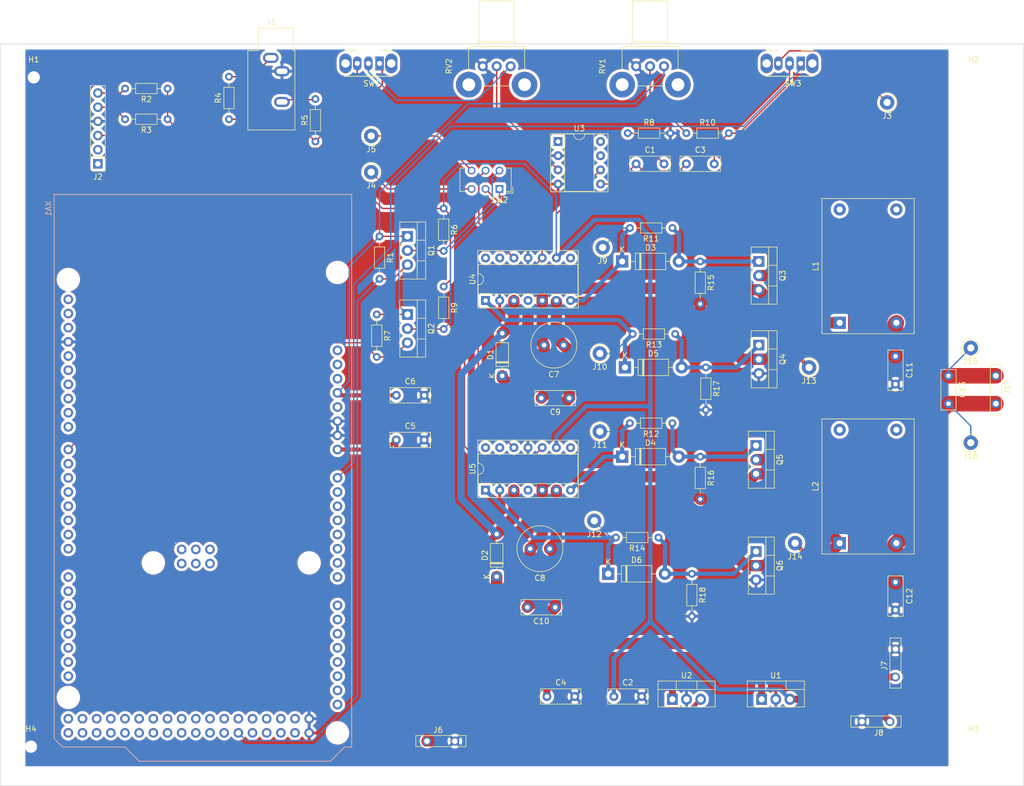
<source format=kicad_pcb>
(kicad_pcb (version 20171130) (host pcbnew "(5.1.10)-1")
  (layers (0 F.Cu signal) (31 B.Cu signal) (34 B.Paste user) (35 F.Paste user) (36 B.SilkS user) (37 F.SilkS user) (38 B.Mask user) (39 F.Mask user) (44 Edge.Cuts user))
  (net 0 "")
  (net 1 "Net-(C1-Pad2)")
  (net 2 "Net-(C1-Pad1)")
  (net 3 GND)
  (net 4 5V)
  (net 5 "Net-(C3-Pad2)")
  (net 6 VCC)
  (net 7 10V)
  (net 8 3V3)
  (net 9 "Net-(C7-Pad2)")
  (net 10 "Net-(C7-Pad1)")
  (net 11 "Net-(C10-Pad2)")
  (net 12 "Net-(C10-Pad1)")
  (net 13 Speaker_1)
  (net 14 Speaker_2)
  (net 15 "Net-(D3-Pad2)")
  (net 16 "Net-(D3-Pad1)")
  (net 17 "Net-(D4-Pad2)")
  (net 18 "Net-(D4-Pad1)")
  (net 19 "Net-(D5-Pad2)")
  (net 20 "Net-(D5-Pad1)")
  (net 21 "Net-(D6-Pad2)")
  (net 22 "Net-(D6-Pad1)")
  (net 23 "Net-(J1-PadR)")
  (net 24 "Net-(J1-PadS)")
  (net 25 "Net-(J2-Pad6)")
  (net 26 "Net-(J2-Pad5)")
  (net 27 Comparator_IN)
  (net 28 L_IN_COMP)
  (net 29 H_IN_COMP)
  (net 30 H_IN_DUE)
  (net 31 "Net-(Q1-Pad2)")
  (net 32 L_IN_DUE)
  (net 33 "Net-(Q2-Pad2)")
  (net 34 "Net-(R2-Pad1)")
  (net 35 "Net-(R4-Pad1)")
  (net 36 "Net-(R10-Pad1)")
  (net 37 "Net-(RV2-Pad1)")
  (net 38 Audio)
  (net 39 H_IN)
  (net 40 L_IN)
  (net 41 Arduino_IN)
  (module MountingHole:MountingHole_2.2mm_M2 (layer F.Cu) (at 46.5 159.5)
    (fp_text reference H4 (at 0 -3.2) (layer F.SilkS))
    (fp_text value MountingHole)
    (pad 1 np_thru_hole circle (at 0 0) (size 2.2 2.2) (drill 2.2) (layers *.Cu *.Mask))
  )
  (module MountingHole:MountingHole_2.2mm_M2 (layer F.Cu) (at 215.5 159.5)
    (fp_text reference H3 (at 0 -3.2) (layer F.SilkS))
    (fp_text value MountingHole)
    (pad 1 np_thru_hole circle (at 0 0) (size 2.2 2.2) (drill 2.2) (layers *.Cu *.Mask))
  )
  (module MountingHole:MountingHole_2.2mm_M2 (layer F.Cu) (at 215.5 39.5)
    (fp_text reference H2 (at 0 -3.2) (layer F.SilkS))
    (fp_text value MountingHole)
    (pad 1 np_thru_hole circle (at 0 0) (size 2.2 2.2) (drill 2.2) (layers *.Cu *.Mask))
  )
  (module MountingHole:MountingHole_2.2mm_M2 (layer F.Cu) (at 47 39.5)
    (fp_text reference H1 (at 0 -3.2) (layer F.SilkS))
    (fp_text value MountingHole)
    (pad 1 np_thru_hole circle (at 0 0) (size 2.2 2.2) (drill 2.2) (layers *.Cu *.Mask))
  )
  (module Connector_Pin:Pin_D1.3mm_L11.0mm (layer F.Cu) (at 215 105)
    (fp_text reference J16 (at 0 2.4) (layer F.SilkS))
    (fp_text value TEST_OUTPUT)
    (pad 1 thru_hole circle (at 0 0) (size 2.6 2.6) (drill 1.3) (layers *.Cu *.Mask) (net 14 Speaker_2))
  )
  (module Connector_Pin:Pin_D1.3mm_L11.0mm (layer F.Cu) (at 215 88)
    (fp_text reference J15 (at 0 2.4) (layer F.SilkS))
    (fp_text value TEST_OUTPUT)
    (pad 1 thru_hole circle (at 0 0) (size 2.6 2.6) (drill 1.3) (layers *.Cu *.Mask) (net 13 Speaker_1))
  )
  (module Connector_Pin:Pin_D1.3mm_L11.0mm (layer F.Cu) (at 183.5 123)
    (fp_text reference J14 (at 0 2.4) (layer F.SilkS))
    (fp_text value TEST_Return)
    (pad 1 thru_hole circle (at 0 0) (size 2.6 2.6) (drill 1.3) (layers *.Cu *.Mask) (net 11 "Net-(C10-Pad2)"))
  )
  (module Connector_Pin:Pin_D1.3mm_L11.0mm (layer F.Cu) (at 186 91.5)
    (fp_text reference J13 (at 0 2.4) (layer F.SilkS))
    (fp_text value TEST_Return)
    (pad 1 thru_hole circle (at 0 0) (size 2.6 2.6) (drill 1.3) (layers *.Cu *.Mask) (net 9 "Net-(C7-Pad2)"))
  )
  (module Connector_Pin:Pin_D1.3mm_L11.0mm (layer F.Cu) (at 147.5 119)
    (fp_text reference J12 (at 0 2.4) (layer F.SilkS))
    (fp_text value TEST_LOW)
    (pad 1 thru_hole circle (at 0 0) (size 2.6 2.6) (drill 1.3) (layers *.Cu *.Mask) (net 22 "Net-(D6-Pad1)"))
  )
  (module Connector_Pin:Pin_D1.3mm_L11.0mm (layer F.Cu) (at 148.5 103)
    (fp_text reference J11 (at 0 2.4) (layer F.SilkS))
    (fp_text value TEST_HIGH)
    (pad 1 thru_hole circle (at 0 0) (size 2.6 2.6) (drill 1.3) (layers *.Cu *.Mask) (net 18 "Net-(D4-Pad1)"))
  )
  (module Connector_Pin:Pin_D1.3mm_L11.0mm (layer F.Cu) (at 148.5 89)
    (fp_text reference J10 (at 0 2.4) (layer F.SilkS))
    (fp_text value TEST_LOW)
    (pad 1 thru_hole circle (at 0 0) (size 2.6 2.6) (drill 1.3) (layers *.Cu *.Mask) (net 20 "Net-(D5-Pad1)"))
  )
  (module Connector_Pin:Pin_D1.3mm_L11.0mm (layer F.Cu) (at 149 70)
    (fp_text reference J9 (at 0 2.4) (layer F.SilkS))
    (fp_text value TEST_HIGH)
    (pad 1 thru_hole circle (at 0 0) (size 2.6 2.6) (drill 1.3) (layers *.Cu *.Mask) (net 16 "Net-(D3-Pad1)"))
  )
  (module Connector_Pin:Pin_D1.3mm_L11.0mm (layer F.Cu) (at 107.5 50)
    (fp_text reference J5 (at 0 2.4) (layer F.SilkS))
    (fp_text value COMP_OUT_H)
    (pad 1 thru_hole circle (at 0 0) (size 2.6 2.6) (drill 1.3) (layers *.Cu *.Mask) (net 29 H_IN_COMP))
  )
  (module Connector_Pin:Pin_D1.3mm_L11.0mm (layer F.Cu) (at 107.5 56.5)
    (fp_text reference J4 (at 0 2.4) (layer F.SilkS))
    (fp_text value COMP_OUT_L)
    (pad 1 thru_hole circle (at 0 0) (size 2.6 2.6) (drill 1.3) (layers *.Cu *.Mask) (net 28 L_IN_COMP))
  )
  (module Connector_Pin:Pin_D1.3mm_L11.0mm (layer F.Cu) (at 200 44)
    (fp_text reference J3 (at 0 2.4) (layer F.SilkS))
    (fp_text value COMP_SINGAL)
    (pad 1 thru_hole circle (at 0 0) (size 2.6 2.6) (drill 1.3) (layers *.Cu *.Mask) (net 27 Comparator_IN))
  )
  (module Package_DIP:DIP-14_W7.62mm_Socket (layer F.Cu) (at 128 113.5 90)
    (fp_text reference U5 (at 3.81 -2.33 90) (layer F.SilkS))
    (fp_text value IR2113)
    (pad 14 thru_hole oval (at 7.62 0 90) (size 1.6 1.6) (drill 0.8) (layers *.Cu *.Mask))
    (pad 7 thru_hole oval (at 0 15.24 90) (size 1.6 1.6) (drill 0.8) (layers *.Cu *.Mask) (net 18 "Net-(D4-Pad1)"))
    (pad 13 thru_hole oval (at 7.62 2.54 90) (size 1.6 1.6) (drill 0.8) (layers *.Cu *.Mask))
    (pad 6 thru_hole oval (at 0 12.7 90) (size 1.6 1.6) (drill 0.8) (layers *.Cu *.Mask) (net 12 "Net-(C10-Pad1)"))
    (pad 12 thru_hole oval (at 7.62 5.08 90) (size 1.6 1.6) (drill 0.8) (layers *.Cu *.Mask) (net 40 L_IN))
    (pad 5 thru_hole oval (at 0 10.16 90) (size 1.6 1.6) (drill 0.8) (layers *.Cu *.Mask) (net 11 "Net-(C10-Pad2)"))
    (pad 11 thru_hole oval (at 7.62 7.62 90) (size 1.6 1.6) (drill 0.8) (layers *.Cu *.Mask) (net 3 GND))
    (pad 4 thru_hole oval (at 0 7.62 90) (size 1.6 1.6) (drill 0.8) (layers *.Cu *.Mask))
    (pad 10 thru_hole oval (at 7.62 10.16 90) (size 1.6 1.6) (drill 0.8) (layers *.Cu *.Mask) (net 39 H_IN))
    (pad 3 thru_hole oval (at 0 5.08 90) (size 1.6 1.6) (drill 0.8) (layers *.Cu *.Mask) (net 6 VCC))
    (pad 9 thru_hole oval (at 7.62 12.7 90) (size 1.6 1.6) (drill 0.8) (layers *.Cu *.Mask) (net 4 5V))
    (pad 2 thru_hole oval (at 0 2.54 90) (size 1.6 1.6) (drill 0.8) (layers *.Cu *.Mask) (net 3 GND))
    (pad 8 thru_hole oval (at 7.62 15.24 90) (size 1.6 1.6) (drill 0.8) (layers *.Cu *.Mask))
    (pad 1 thru_hole rect (at 0 0 90) (size 1.6 1.6) (drill 0.8) (layers *.Cu *.Mask) (net 22 "Net-(D6-Pad1)"))
  )
  (module Package_DIP:DIP-14_W7.62mm_Socket (layer F.Cu) (at 128 79.5 90)
    (fp_text reference U4 (at 3.81 -2.33 90) (layer F.SilkS))
    (fp_text value IR2113)
    (pad 14 thru_hole oval (at 7.62 0 90) (size 1.6 1.6) (drill 0.8) (layers *.Cu *.Mask))
    (pad 7 thru_hole oval (at 0 15.24 90) (size 1.6 1.6) (drill 0.8) (layers *.Cu *.Mask) (net 16 "Net-(D3-Pad1)"))
    (pad 13 thru_hole oval (at 7.62 2.54 90) (size 1.6 1.6) (drill 0.8) (layers *.Cu *.Mask))
    (pad 6 thru_hole oval (at 0 12.7 90) (size 1.6 1.6) (drill 0.8) (layers *.Cu *.Mask) (net 10 "Net-(C7-Pad1)"))
    (pad 12 thru_hole oval (at 7.62 5.08 90) (size 1.6 1.6) (drill 0.8) (layers *.Cu *.Mask) (net 39 H_IN))
    (pad 5 thru_hole oval (at 0 10.16 90) (size 1.6 1.6) (drill 0.8) (layers *.Cu *.Mask) (net 9 "Net-(C7-Pad2)"))
    (pad 11 thru_hole oval (at 7.62 7.62 90) (size 1.6 1.6) (drill 0.8) (layers *.Cu *.Mask) (net 3 GND))
    (pad 4 thru_hole oval (at 0 7.62 90) (size 1.6 1.6) (drill 0.8) (layers *.Cu *.Mask))
    (pad 10 thru_hole oval (at 7.62 10.16 90) (size 1.6 1.6) (drill 0.8) (layers *.Cu *.Mask) (net 40 L_IN))
    (pad 3 thru_hole oval (at 0 5.08 90) (size 1.6 1.6) (drill 0.8) (layers *.Cu *.Mask) (net 6 VCC))
    (pad 9 thru_hole oval (at 7.62 12.7 90) (size 1.6 1.6) (drill 0.8) (layers *.Cu *.Mask) (net 4 5V))
    (pad 2 thru_hole oval (at 0 2.54 90) (size 1.6 1.6) (drill 0.8) (layers *.Cu *.Mask) (net 3 GND))
    (pad 8 thru_hole oval (at 7.62 15.24 90) (size 1.6 1.6) (drill 0.8) (layers *.Cu *.Mask))
    (pad 1 thru_hole rect (at 0 0 90) (size 1.6 1.6) (drill 0.8) (layers *.Cu *.Mask) (net 20 "Net-(D5-Pad1)"))
  )
  (module Package_DIP:DIP-8_W7.62mm_Socket (layer F.Cu) (at 141 51)
    (fp_text reference U3 (at 3.81 -2.33) (layer F.SilkS))
    (fp_text value LM386)
    (pad 8 thru_hole oval (at 7.62 0) (size 1.6 1.6) (drill 0.8) (layers *.Cu *.Mask))
    (pad 4 thru_hole oval (at 0 7.62) (size 1.6 1.6) (drill 0.8) (layers *.Cu *.Mask) (net 3 GND))
    (pad 7 thru_hole oval (at 7.62 2.54) (size 1.6 1.6) (drill 0.8) (layers *.Cu *.Mask))
    (pad 3 thru_hole oval (at 0 5.08) (size 1.6 1.6) (drill 0.8) (layers *.Cu *.Mask) (net 38 Audio))
    (pad 6 thru_hole oval (at 7.62 5.08) (size 1.6 1.6) (drill 0.8) (layers *.Cu *.Mask) (net 4 5V))
    (pad 2 thru_hole oval (at 0 2.54) (size 1.6 1.6) (drill 0.8) (layers *.Cu *.Mask) (net 3 GND))
    (pad 5 thru_hole oval (at 7.62 7.62) (size 1.6 1.6) (drill 0.8) (layers *.Cu *.Mask) (net 2 "Net-(C1-Pad1)"))
    (pad 1 thru_hole rect (at 0 0) (size 1.6 1.6) (drill 0.8) (layers *.Cu *.Mask))
  )
  (module Button_Switch_THT:SW_CuK_OS102011MA1QN1_SPDT_Angled (layer F.Cu) (at 184.5 37 180)
    (fp_text reference SW3 (at 1.4 -3.6) (layer F.SilkS))
    (fp_text value SW_SPDT_MSM)
    (pad "" thru_hole oval (at 6.1 0 180) (size 2.2 3.5) (drill 1.5) (layers *.Cu *.Mask))
    (pad "" thru_hole oval (at -2.1 0 180) (size 2.2 3.5) (drill 1.5) (layers *.Cu *.Mask))
    (pad 3 thru_hole oval (at 4 0 180) (size 1.5 2.5) (drill 0.9) (layers *.Cu *.Mask) (net 27 Comparator_IN))
    (pad 2 thru_hole oval (at 2 0 180) (size 1.5 2.5) (drill 0.9) (layers *.Cu *.Mask) (net 5 "Net-(C3-Pad2)"))
    (pad 1 thru_hole rect (at 0 0 180) (size 1.5 2.5) (drill 0.9) (layers *.Cu *.Mask) (net 41 Arduino_IN))
  )
  (module Potentiometer_THT:Potentiometer_Alps_RK09K_Single_Horizontal (layer F.Cu) (at 160 37.5 90)
    (fp_text reference RV1 (at 0 -11.05 90) (layer F.SilkS))
    (fp_text value 10k_POT_TRIM_US)
    (pad "" thru_hole circle (at -3.3 2.5 90) (size 4.6 4.6) (drill 2.3) (layers *.Cu *.Mask))
    (pad "" thru_hole circle (at -3.3 -7.5 90) (size 4.6 4.6) (drill 2.3) (layers *.Cu *.Mask))
    (pad 1 thru_hole circle (at 0 0 90) (size 1.8 1.8) (drill 1) (layers *.Cu *.Mask) (net 8 3V3))
    (pad 2 thru_hole circle (at 0 -2.5 90) (size 1.8 1.8) (drill 1) (layers *.Cu *.Mask) (net 36 "Net-(R10-Pad1)"))
    (pad 3 thru_hole circle (at 0 -5 90) (size 1.8 1.8) (drill 1) (layers *.Cu *.Mask) (net 3 GND))
  )
  (module Resistor_THT:R_Axial_DIN0204_L3.6mm_D1.6mm_P7.62mm_Horizontal (layer F.Cu) (at 164 49.5)
    (fp_text reference R10 (at 3.81 -1.92) (layer F.SilkS))
    (fp_text value 1k)
    (pad 2 thru_hole oval (at 7.62 0) (size 1.4 1.4) (drill 0.7) (layers *.Cu *.Mask) (net 5 "Net-(C3-Pad2)"))
    (pad 1 thru_hole circle (at 0 0) (size 1.4 1.4) (drill 0.7) (layers *.Cu *.Mask) (net 36 "Net-(R10-Pad1)"))
  )
  (module Resistor_THT:R_Axial_DIN0204_L3.6mm_D1.6mm_P7.62mm_Horizontal (layer F.Cu) (at 153.5 49.5)
    (fp_text reference R8 (at 3.81 -1.92) (layer F.SilkS))
    (fp_text value 10)
    (pad 2 thru_hole oval (at 7.62 0) (size 1.4 1.4) (drill 0.7) (layers *.Cu *.Mask) (net 3 GND))
    (pad 1 thru_hole circle (at 0 0) (size 1.4 1.4) (drill 0.7) (layers *.Cu *.Mask) (net 1 "Net-(C1-Pad2)"))
  )
  (module Capacitor_THT:C_Rect_L7.0mm_W2.5mm_P5.00mm (layer F.Cu) (at 155 55)
    (fp_text reference C1 (at 2.5 -2.5) (layer F.SilkS))
    (fp_text value "0.05 uF")
    (pad 2 thru_hole circle (at 5 0) (size 1.6 1.6) (drill 0.8) (layers *.Cu *.Mask) (net 1 "Net-(C1-Pad2)"))
    (pad 1 thru_hole circle (at 0 0) (size 1.6 1.6) (drill 0.8) (layers *.Cu *.Mask) (net 2 "Net-(C1-Pad1)"))
  )
  (module Capacitor_THT:C_Rect_L7.0mm_W2.5mm_P5.00mm (layer F.Cu) (at 164 55)
    (fp_text reference C3 (at 2.5 -2.5) (layer F.SilkS))
    (fp_text value "250 uF")
    (pad 2 thru_hole circle (at 5 0) (size 1.6 1.6) (drill 0.8) (layers *.Cu *.Mask) (net 5 "Net-(C3-Pad2)"))
    (pad 1 thru_hole circle (at 0 0) (size 1.6 1.6) (drill 0.8) (layers *.Cu *.Mask) (net 2 "Net-(C1-Pad1)"))
  )
  (module Connector_PinHeader_2.54mm:PinHeader_1x06_P2.54mm_Vertical (layer F.Cu) (at 58.5 55 180)
    (fp_text reference J2 (at 0 -2.33) (layer F.SilkS))
    (fp_text value "BT Module")
    (pad 6 thru_hole oval (at 0 12.7 180) (size 1.7 1.7) (drill 1) (layers *.Cu *.Mask) (net 25 "Net-(J2-Pad6)"))
    (pad 5 thru_hole oval (at 0 10.16 180) (size 1.7 1.7) (drill 1) (layers *.Cu *.Mask) (net 26 "Net-(J2-Pad5)"))
    (pad 4 thru_hole oval (at 0 7.62 180) (size 1.7 1.7) (drill 1) (layers *.Cu *.Mask) (net 3 GND))
    (pad 3 thru_hole oval (at 0 5.08 180) (size 1.7 1.7) (drill 1) (layers *.Cu *.Mask) (net 4 5V))
    (pad 2 thru_hole oval (at 0 2.54 180) (size 1.7 1.7) (drill 1) (layers *.Cu *.Mask))
    (pad 1 thru_hole rect (at 0 0 180) (size 1.7 1.7) (drill 1) (layers *.Cu *.Mask))
  )
  (module Button_Switch_THT:SW_CuK_OS102011MA1QN1_SPDT_Angled (layer F.Cu) (at 109 37 180)
    (fp_text reference SW1 (at 1.4 -3.6) (layer F.SilkS))
    (fp_text value SW_SPDT_MSM)
    (pad "" thru_hole oval (at 6.1 0 180) (size 2.2 3.5) (drill 1.5) (layers *.Cu *.Mask))
    (pad "" thru_hole oval (at -2.1 0 180) (size 2.2 3.5) (drill 1.5) (layers *.Cu *.Mask))
    (pad 3 thru_hole oval (at 4 0 180) (size 1.5 2.5) (drill 0.9) (layers *.Cu *.Mask) (net 35 "Net-(R4-Pad1)"))
    (pad 2 thru_hole oval (at 2 0 180) (size 1.5 2.5) (drill 0.9) (layers *.Cu *.Mask) (net 37 "Net-(RV2-Pad1)"))
    (pad 1 thru_hole rect (at 0 0 180) (size 1.5 2.5) (drill 0.9) (layers *.Cu *.Mask) (net 34 "Net-(R2-Pad1)"))
  )
  (module Potentiometer_THT:Potentiometer_Alps_RK09K_Single_Horizontal (layer F.Cu) (at 132.5 37.5 90)
    (fp_text reference RV2 (at 0 -11.05 90) (layer F.SilkS))
    (fp_text value 10k_POT_TRIM_US)
    (pad "" thru_hole circle (at -3.3 2.5 90) (size 4.6 4.6) (drill 2.3) (layers *.Cu *.Mask))
    (pad "" thru_hole circle (at -3.3 -7.5 90) (size 4.6 4.6) (drill 2.3) (layers *.Cu *.Mask))
    (pad 1 thru_hole circle (at 0 0 90) (size 1.8 1.8) (drill 1) (layers *.Cu *.Mask) (net 37 "Net-(RV2-Pad1)"))
    (pad 2 thru_hole circle (at 0 -2.5 90) (size 1.8 1.8) (drill 1) (layers *.Cu *.Mask) (net 38 Audio))
    (pad 3 thru_hole circle (at 0 -5 90) (size 1.8 1.8) (drill 1) (layers *.Cu *.Mask) (net 3 GND))
  )
  (module Resistor_THT:R_Axial_DIN0204_L3.6mm_D1.6mm_P7.62mm_Horizontal (layer F.Cu) (at 97.5 51 90)
    (fp_text reference R5 (at 3.81 -1.92 90) (layer F.SilkS))
    (fp_text value 10k)
    (pad 2 thru_hole oval (at 7.62 0 90) (size 1.4 1.4) (drill 0.7) (layers *.Cu *.Mask) (net 23 "Net-(J1-PadR)"))
    (pad 1 thru_hole circle (at 0 0 90) (size 1.4 1.4) (drill 0.7) (layers *.Cu *.Mask) (net 35 "Net-(R4-Pad1)"))
  )
  (module Resistor_THT:R_Axial_DIN0204_L3.6mm_D1.6mm_P7.62mm_Horizontal (layer F.Cu) (at 71 41.5 180)
    (fp_text reference R2 (at 3.81 -1.92) (layer F.SilkS))
    (fp_text value 10k)
    (pad 2 thru_hole oval (at 7.62 0 180) (size 1.4 1.4) (drill 0.7) (layers *.Cu *.Mask) (net 25 "Net-(J2-Pad6)"))
    (pad 1 thru_hole circle (at 0 0 180) (size 1.4 1.4) (drill 0.7) (layers *.Cu *.Mask) (net 34 "Net-(R2-Pad1)"))
  )
  (module Resistor_THT:R_Axial_DIN0204_L3.6mm_D1.6mm_P7.62mm_Horizontal (layer F.Cu) (at 71 47 180)
    (fp_text reference R3 (at 3.81 -1.92) (layer F.SilkS))
    (fp_text value 10k)
    (pad 2 thru_hole oval (at 7.62 0 180) (size 1.4 1.4) (drill 0.7) (layers *.Cu *.Mask) (net 26 "Net-(J2-Pad5)"))
    (pad 1 thru_hole circle (at 0 0 180) (size 1.4 1.4) (drill 0.7) (layers *.Cu *.Mask) (net 34 "Net-(R2-Pad1)"))
  )
  (module Resistor_THT:R_Axial_DIN0204_L3.6mm_D1.6mm_P7.62mm_Horizontal (layer F.Cu) (at 82 47 90)
    (fp_text reference R4 (at 3.81 -1.92 90) (layer F.SilkS))
    (fp_text value 10k)
    (pad 2 thru_hole oval (at 7.62 0 90) (size 1.4 1.4) (drill 0.7) (layers *.Cu *.Mask) (net 24 "Net-(J1-PadS)"))
    (pad 1 thru_hole circle (at 0 0 90) (size 1.4 1.4) (drill 0.7) (layers *.Cu *.Mask) (net 35 "Net-(R4-Pad1)"))
  )
  (module Connector_Audio:Jack_3.5mm_CUI_SJ1-3533NG_Horizontal (layer F.Cu) (at 89.5 36)
    (fp_text reference J1 (at 0.1 -6.45) (layer F.SilkS))
    (fp_text value AudioJack3)
    (pad R thru_hole oval (at 2 7.9) (size 2.8 1.8) (drill oval 2 1) (layers *.Cu *.Mask) (net 23 "Net-(J1-PadR)"))
    (pad T thru_hole oval (at 2 2.4) (size 2.8 1.8) (drill oval 2 1) (layers *.Cu *.Mask) (net 3 GND))
    (pad S thru_hole oval (at 0 0) (size 2.8 1.8) (drill oval 2 1) (layers *.Cu *.Mask) (net 24 "Net-(J1-PadS)"))
  )
  (module Arduino:Arduino_Due_Shield (layer B.Cu) (at 104 60.5 270)
    (fp_text reference XA1 (at 2.54 54.356 270) (layer B.SilkS) (effects (justify mirror)))
    (fp_text value Arduino_Due_Shield)
    (fp_text user . (at 62.484 32.004 270) (layer B.SilkS) (effects (justify mirror)))
    (pad MISO thru_hole oval (at 63.627 30.48 270) (size 1.7272 1.7272) (drill 1.016) (layers *.Cu *.Mask))
    (pad GND6 thru_hole oval (at 96.52 7.62 270) (size 1.7272 1.7272) (drill 1.016) (layers *.Cu *.Mask) (net 3 GND))
    (pad GND5 thru_hole oval (at 93.98 7.62 270) (size 1.7272 1.7272) (drill 1.016) (layers *.Cu *.Mask) (net 3 GND))
    (pad D53 thru_hole oval (at 96.52 10.16 270) (size 1.7272 1.7272) (drill 1.016) (layers *.Cu *.Mask))
    (pad D52 thru_hole oval (at 93.98 10.16 270) (size 1.7272 1.7272) (drill 1.016) (layers *.Cu *.Mask))
    (pad D51 thru_hole oval (at 96.52 12.7 270) (size 1.7272 1.7272) (drill 1.016) (layers *.Cu *.Mask))
    (pad D50 thru_hole oval (at 93.98 12.7 270) (size 1.7272 1.7272) (drill 1.016) (layers *.Cu *.Mask))
    (pad D49 thru_hole oval (at 96.52 15.24 270) (size 1.7272 1.7272) (drill 1.016) (layers *.Cu *.Mask))
    (pad D48 thru_hole oval (at 93.98 15.24 270) (size 1.7272 1.7272) (drill 1.016) (layers *.Cu *.Mask))
    (pad D47 thru_hole oval (at 96.52 17.78 270) (size 1.7272 1.7272) (drill 1.016) (layers *.Cu *.Mask))
    (pad D46 thru_hole oval (at 93.98 17.78 270) (size 1.7272 1.7272) (drill 1.016) (layers *.Cu *.Mask))
    (pad D45 thru_hole oval (at 96.52 20.32 270) (size 1.7272 1.7272) (drill 1.016) (layers *.Cu *.Mask) (net 30 H_IN_DUE))
    (pad D44 thru_hole oval (at 93.98 20.32 270) (size 1.7272 1.7272) (drill 1.016) (layers *.Cu *.Mask))
    (pad D43 thru_hole oval (at 96.52 22.86 270) (size 1.7272 1.7272) (drill 1.016) (layers *.Cu *.Mask))
    (pad D42 thru_hole oval (at 93.98 22.86 270) (size 1.7272 1.7272) (drill 1.016) (layers *.Cu *.Mask))
    (pad D41 thru_hole oval (at 96.52 25.4 270) (size 1.7272 1.7272) (drill 1.016) (layers *.Cu *.Mask))
    (pad D40 thru_hole oval (at 93.98 25.4 270) (size 1.7272 1.7272) (drill 1.016) (layers *.Cu *.Mask))
    (pad D39 thru_hole oval (at 96.52 27.94 270) (size 1.7272 1.7272) (drill 1.016) (layers *.Cu *.Mask))
    (pad D38 thru_hole oval (at 93.98 27.94 270) (size 1.7272 1.7272) (drill 1.016) (layers *.Cu *.Mask))
    (pad D37 thru_hole oval (at 96.52 30.48 270) (size 1.7272 1.7272) (drill 1.016) (layers *.Cu *.Mask))
    (pad D36 thru_hole oval (at 93.98 30.48 270) (size 1.7272 1.7272) (drill 1.016) (layers *.Cu *.Mask))
    (pad D35 thru_hole oval (at 96.52 33.02 270) (size 1.7272 1.7272) (drill 1.016) (layers *.Cu *.Mask))
    (pad D34 thru_hole oval (at 93.98 33.02 270) (size 1.7272 1.7272) (drill 1.016) (layers *.Cu *.Mask))
    (pad D33 thru_hole oval (at 96.52 35.56 270) (size 1.7272 1.7272) (drill 1.016) (layers *.Cu *.Mask))
    (pad D32 thru_hole oval (at 93.98 35.56 270) (size 1.7272 1.7272) (drill 1.016) (layers *.Cu *.Mask))
    (pad D31 thru_hole oval (at 96.52 38.1 270) (size 1.7272 1.7272) (drill 1.016) (layers *.Cu *.Mask))
    (pad D30 thru_hole oval (at 93.98 38.1 270) (size 1.7272 1.7272) (drill 1.016) (layers *.Cu *.Mask))
    (pad D29 thru_hole oval (at 96.52 40.64 270) (size 1.7272 1.7272) (drill 1.016) (layers *.Cu *.Mask))
    (pad D28 thru_hole oval (at 93.98 40.64 270) (size 1.7272 1.7272) (drill 1.016) (layers *.Cu *.Mask))
    (pad D27 thru_hole oval (at 96.52 43.18 270) (size 1.7272 1.7272) (drill 1.016) (layers *.Cu *.Mask))
    (pad D26 thru_hole oval (at 93.98 43.18 270) (size 1.7272 1.7272) (drill 1.016) (layers *.Cu *.Mask))
    (pad D25 thru_hole oval (at 96.52 45.72 270) (size 1.7272 1.7272) (drill 1.016) (layers *.Cu *.Mask))
    (pad D24 thru_hole oval (at 93.98 45.72 270) (size 1.7272 1.7272) (drill 1.016) (layers *.Cu *.Mask))
    (pad D23 thru_hole oval (at 96.52 48.26 270) (size 1.7272 1.7272) (drill 1.016) (layers *.Cu *.Mask))
    (pad D22 thru_hole oval (at 93.98 48.26 270) (size 1.7272 1.7272) (drill 1.016) (layers *.Cu *.Mask))
    (pad 5V4 thru_hole oval (at 96.52 50.8 270) (size 1.7272 1.7272) (drill 1.016) (layers *.Cu *.Mask))
    (pad 5V3 thru_hole oval (at 93.98 50.8 270) (size 1.7272 1.7272) (drill 1.016) (layers *.Cu *.Mask))
    (pad CANT thru_hole oval (at 91.44 2.54 270) (size 1.7272 1.7272) (drill 1.016) (layers *.Cu *.Mask))
    (pad CANR thru_hole oval (at 88.9 2.54 270) (size 1.7272 1.7272) (drill 1.016) (layers *.Cu *.Mask))
    (pad DAC1 thru_hole oval (at 86.36 2.54 270) (size 1.7272 1.7272) (drill 1.016) (layers *.Cu *.Mask))
    (pad DAC0 thru_hole oval (at 83.82 2.54 270) (size 1.7272 1.7272) (drill 1.016) (layers *.Cu *.Mask))
    (pad A11 thru_hole oval (at 81.28 2.54 270) (size 1.7272 1.7272) (drill 1.016) (layers *.Cu *.Mask))
    (pad A10 thru_hole oval (at 78.74 2.54 270) (size 1.7272 1.7272) (drill 1.016) (layers *.Cu *.Mask))
    (pad A9 thru_hole oval (at 76.2 2.54 270) (size 1.7272 1.7272) (drill 1.016) (layers *.Cu *.Mask))
    (pad A8 thru_hole oval (at 73.66 2.54 270) (size 1.7272 1.7272) (drill 1.016) (layers *.Cu *.Mask))
    (pad A7 thru_hole oval (at 68.58 2.54 270) (size 1.7272 1.7272) (drill 1.016) (layers *.Cu *.Mask))
    (pad A6 thru_hole oval (at 66.04 2.54 270) (size 1.7272 1.7272) (drill 1.016) (layers *.Cu *.Mask))
    (pad A5 thru_hole oval (at 63.5 2.54 270) (size 1.7272 1.7272) (drill 1.016) (layers *.Cu *.Mask))
    (pad A4 thru_hole oval (at 60.96 2.54 270) (size 1.7272 1.7272) (drill 1.016) (layers *.Cu *.Mask))
    (pad A3 thru_hole oval (at 58.42 2.54 270) (size 1.7272 1.7272) (drill 1.016) (layers *.Cu *.Mask))
    (pad A2 thru_hole oval (at 55.88 2.54 270) (size 1.7272 1.7272) (drill 1.016) (layers *.Cu *.Mask))
    (pad A1 thru_hole oval (at 53.34 2.54 270) (size 1.7272 1.7272) (drill 1.016) (layers *.Cu *.Mask))
    (pad "" thru_hole oval (at 27.94 2.54 270) (size 1.7272 1.7272) (drill 1.016) (layers *.Cu *.Mask))
    (pad D11 thru_hole oval (at 34.036 50.8 270) (size 1.7272 1.7272) (drill 1.016) (layers *.Cu *.Mask))
    (pad D12 thru_hole oval (at 31.496 50.8 270) (size 1.7272 1.7272) (drill 1.016) (layers *.Cu *.Mask))
    (pad D13 thru_hole oval (at 28.956 50.8 270) (size 1.7272 1.7272) (drill 1.016) (layers *.Cu *.Mask))
    (pad AREF thru_hole oval (at 23.876 50.8 270) (size 1.7272 1.7272) (drill 1.016) (layers *.Cu *.Mask))
    (pad SDA1 thru_hole oval (at 21.336 50.8 270) (size 1.7272 1.7272) (drill 1.016) (layers *.Cu *.Mask))
    (pad SCL1 thru_hole oval (at 18.796 50.8 270) (size 1.7272 1.7272) (drill 1.016) (layers *.Cu *.Mask))
    (pad "" np_thru_hole circle (at 13.97 2.54 270) (size 3.2 3.2) (drill 3.2) (layers *.Cu *.Mask))
    (pad "" np_thru_hole circle (at 96.52 2.54 270) (size 3.2 3.2) (drill 3.2) (layers *.Cu *.Mask))
    (pad "" np_thru_hole circle (at 15.24 50.8 270) (size 3.2 3.2) (drill 3.2) (layers *.Cu *.Mask))
    (pad "" np_thru_hole circle (at 90.17 50.8 270) (size 3.2 3.2) (drill 3.2) (layers *.Cu *.Mask))
    (pad "" np_thru_hole circle (at 66.04 35.56 270) (size 3.2 3.2) (drill 3.2) (layers *.Cu *.Mask))
    (pad "" np_thru_hole circle (at 66.04 7.62 270) (size 3.2 3.2) (drill 3.2) (layers *.Cu *.Mask))
    (pad D10 thru_hole oval (at 36.576 50.8 270) (size 1.7272 1.7272) (drill 1.016) (layers *.Cu *.Mask))
    (pad D9 thru_hole oval (at 39.116 50.8 270) (size 1.7272 1.7272) (drill 1.016) (layers *.Cu *.Mask))
    (pad D8 thru_hole oval (at 41.656 50.8 270) (size 1.7272 1.7272) (drill 1.016) (layers *.Cu *.Mask))
    (pad GND1 thru_hole oval (at 26.416 50.8 270) (size 1.7272 1.7272) (drill 1.016) (layers *.Cu *.Mask) (net 3 GND))
    (pad D7 thru_hole oval (at 45.72 50.8 270) (size 1.7272 1.7272) (drill 1.016) (layers *.Cu *.Mask) (net 32 L_IN_DUE))
    (pad D6 thru_hole oval (at 48.26 50.8 270) (size 1.7272 1.7272) (drill 1.016) (layers *.Cu *.Mask))
    (pad D5 thru_hole oval (at 50.8 50.8 270) (size 1.7272 1.7272) (drill 1.016) (layers *.Cu *.Mask))
    (pad D4 thru_hole oval (at 53.34 50.8 270) (size 1.7272 1.7272) (drill 1.016) (layers *.Cu *.Mask))
    (pad D3 thru_hole oval (at 55.88 50.8 270) (size 1.7272 1.7272) (drill 1.016) (layers *.Cu *.Mask))
    (pad D2 thru_hole oval (at 58.42 50.8 270) (size 1.7272 1.7272) (drill 1.016) (layers *.Cu *.Mask))
    (pad D1 thru_hole oval (at 60.96 50.8 270) (size 1.7272 1.7272) (drill 1.016) (layers *.Cu *.Mask))
    (pad D0 thru_hole oval (at 63.5 50.8 270) (size 1.7272 1.7272) (drill 1.016) (layers *.Cu *.Mask))
    (pad D14 thru_hole oval (at 68.58 50.8 270) (size 1.7272 1.7272) (drill 1.016) (layers *.Cu *.Mask))
    (pad D15 thru_hole oval (at 71.12 50.8 270) (size 1.7272 1.7272) (drill 1.016) (layers *.Cu *.Mask))
    (pad D16 thru_hole oval (at 73.66 50.8 270) (size 1.7272 1.7272) (drill 1.016) (layers *.Cu *.Mask))
    (pad D17 thru_hole oval (at 76.2 50.8 270) (size 1.7272 1.7272) (drill 1.016) (layers *.Cu *.Mask))
    (pad D18 thru_hole oval (at 78.74 50.8 270) (size 1.7272 1.7272) (drill 1.016) (layers *.Cu *.Mask))
    (pad D19 thru_hole oval (at 81.28 50.8 270) (size 1.7272 1.7272) (drill 1.016) (layers *.Cu *.Mask))
    (pad D20 thru_hole oval (at 83.82 50.8 270) (size 1.7272 1.7272) (drill 1.016) (layers *.Cu *.Mask))
    (pad D21 thru_hole oval (at 86.36 50.8 270) (size 1.7272 1.7272) (drill 1.016) (layers *.Cu *.Mask))
    (pad IORF thru_hole oval (at 30.48 2.54 270) (size 1.7272 1.7272) (drill 1.016) (layers *.Cu *.Mask))
    (pad RST1 thru_hole oval (at 33.02 2.54 270) (size 1.7272 1.7272) (drill 1.016) (layers *.Cu *.Mask))
    (pad 3V3 thru_hole oval (at 35.56 2.54 270) (size 1.7272 1.7272) (drill 1.016) (layers *.Cu *.Mask) (net 8 3V3))
    (pad 5V1 thru_hole oval (at 38.1 2.54 270) (size 1.7272 1.7272) (drill 1.016) (layers *.Cu *.Mask))
    (pad GND2 thru_hole oval (at 40.64 2.54 270) (size 1.7272 1.7272) (drill 1.016) (layers *.Cu *.Mask) (net 3 GND))
    (pad GND3 thru_hole oval (at 43.18 2.54 270) (size 1.7272 1.7272) (drill 1.016) (layers *.Cu *.Mask) (net 3 GND))
    (pad VIN thru_hole oval (at 45.72 2.54 270) (size 1.7272 1.7272) (drill 1.016) (layers *.Cu *.Mask) (net 7 10V))
    (pad A0 thru_hole oval (at 50.8 2.54 270) (size 1.7272 1.7272) (drill 1.016) (layers *.Cu *.Mask) (net 41 Arduino_IN))
    (pad 5V2 thru_hole oval (at 66.167 30.48 270) (size 1.7272 1.7272) (drill 1.016) (layers *.Cu *.Mask))
    (pad SCK thru_hole oval (at 63.627 27.94 270) (size 1.7272 1.7272) (drill 1.016) (layers *.Cu *.Mask))
    (pad MOSI thru_hole oval (at 66.167 27.94 270) (size 1.7272 1.7272) (drill 1.016) (layers *.Cu *.Mask))
    (pad GND4 thru_hole oval (at 66.167 25.4 270) (size 1.7272 1.7272) (drill 1.016) (layers *.Cu *.Mask))
    (pad RST2 thru_hole oval (at 63.627 25.4 270) (size 1.7272 1.7272) (drill 1.016) (layers *.Cu *.Mask))
  )
  (module Package_TO_SOT_THT:TO-220-3_Vertical (layer F.Cu) (at 161.5 151)
    (fp_text reference U2 (at 2.54 -4.27) (layer F.SilkS))
    (fp_text value LM7810_TO220)
    (pad 3 thru_hole oval (at 5.08 0) (size 1.905 2) (drill 1.1) (layers *.Cu *.Mask) (net 7 10V))
    (pad 2 thru_hole oval (at 2.54 0) (size 1.905 2) (drill 1.1) (layers *.Cu *.Mask) (net 3 GND))
    (pad 1 thru_hole rect (at 0 0) (size 1.905 2) (drill 1.1) (layers *.Cu *.Mask) (net 6 VCC))
  )
  (module Button_Switch_THT:SW_CuK_JS202011AQN_DPDT_Angled (layer F.Cu) (at 130.5 59.5 180)
    (fp_text reference SW2 (at 0 -2) (layer F.SilkS))
    (fp_text value SW_Push_DPDT)
    (pad 6 thru_hole circle (at 5 3.3 180) (size 1.4 1.4) (drill 0.9) (layers *.Cu *.Mask) (net 29 H_IN_COMP))
    (pad 5 thru_hole circle (at 2.5 3.3 180) (size 1.4 1.4) (drill 0.9) (layers *.Cu *.Mask) (net 39 H_IN))
    (pad 4 thru_hole circle (at 0 3.3 180) (size 1.4 1.4) (drill 0.9) (layers *.Cu *.Mask) (net 31 "Net-(Q1-Pad2)"))
    (pad 3 thru_hole circle (at 5 0 180) (size 1.4 1.4) (drill 0.9) (layers *.Cu *.Mask) (net 28 L_IN_COMP))
    (pad 2 thru_hole circle (at 2.5 0 180) (size 1.4 1.4) (drill 0.9) (layers *.Cu *.Mask) (net 40 L_IN))
    (pad 1 thru_hole rect (at 0 0 180) (size 1.4 1.4) (drill 0.9) (layers *.Cu *.Mask) (net 33 "Net-(Q2-Pad2)"))
  )
  (module Resistor_THT:R_Axial_DIN0204_L3.6mm_D1.6mm_P7.62mm_Horizontal (layer F.Cu) (at 109 68 270)
    (fp_text reference R1 (at 3.81 -1.92 90) (layer F.SilkS))
    (fp_text value 10k)
    (pad 2 thru_hole oval (at 7.62 0 270) (size 1.4 1.4) (drill 0.7) (layers *.Cu *.Mask) (net 30 H_IN_DUE))
    (pad 1 thru_hole circle (at 0 0 270) (size 1.4 1.4) (drill 0.7) (layers *.Cu *.Mask) (net 8 3V3))
  )
  (module Resistor_THT:R_Axial_DIN0204_L3.6mm_D1.6mm_P7.62mm_Horizontal (layer F.Cu) (at 120.5 77 270)
    (fp_text reference R9 (at 3.81 -1.92 90) (layer F.SilkS))
    (fp_text value 10k)
    (pad 2 thru_hole oval (at 7.62 0 270) (size 1.4 1.4) (drill 0.7) (layers *.Cu *.Mask) (net 33 "Net-(Q2-Pad2)"))
    (pad 1 thru_hole circle (at 0 0 270) (size 1.4 1.4) (drill 0.7) (layers *.Cu *.Mask) (net 4 5V))
  )
  (module Resistor_THT:R_Axial_DIN0204_L3.6mm_D1.6mm_P7.62mm_Horizontal (layer F.Cu) (at 108.5 82 270)
    (fp_text reference R7 (at 3.81 -1.92 90) (layer F.SilkS))
    (fp_text value 10k)
    (pad 2 thru_hole oval (at 7.62 0 270) (size 1.4 1.4) (drill 0.7) (layers *.Cu *.Mask) (net 32 L_IN_DUE))
    (pad 1 thru_hole circle (at 0 0 270) (size 1.4 1.4) (drill 0.7) (layers *.Cu *.Mask) (net 8 3V3))
  )
  (module Resistor_THT:R_Axial_DIN0204_L3.6mm_D1.6mm_P7.62mm_Horizontal (layer F.Cu) (at 120.5 63 270)
    (fp_text reference R6 (at 3.81 -1.92 90) (layer F.SilkS))
    (fp_text value 10k)
    (pad 2 thru_hole oval (at 7.62 0 270) (size 1.4 1.4) (drill 0.7) (layers *.Cu *.Mask) (net 31 "Net-(Q1-Pad2)"))
    (pad 1 thru_hole circle (at 0 0 270) (size 1.4 1.4) (drill 0.7) (layers *.Cu *.Mask) (net 4 5V))
  )
  (module Package_TO_SOT_THT:TO-220-3_Vertical (layer F.Cu) (at 114 82 270)
    (fp_text reference Q2 (at 2.54 -4.27 90) (layer F.SilkS))
    (fp_text value IRF540N)
    (pad 3 thru_hole oval (at 5.08 0 270) (size 1.905 2) (drill 1.1) (layers *.Cu *.Mask) (net 32 L_IN_DUE))
    (pad 2 thru_hole oval (at 2.54 0 270) (size 1.905 2) (drill 1.1) (layers *.Cu *.Mask) (net 33 "Net-(Q2-Pad2)"))
    (pad 1 thru_hole rect (at 0 0 270) (size 1.905 2) (drill 1.1) (layers *.Cu *.Mask) (net 8 3V3))
  )
  (module Package_TO_SOT_THT:TO-220-3_Vertical (layer F.Cu) (at 114 68 270)
    (fp_text reference Q1 (at 2.54 -4.27 90) (layer F.SilkS))
    (fp_text value IRF540N)
    (pad 3 thru_hole oval (at 5.08 0 270) (size 1.905 2) (drill 1.1) (layers *.Cu *.Mask) (net 30 H_IN_DUE))
    (pad 2 thru_hole oval (at 2.54 0 270) (size 1.905 2) (drill 1.1) (layers *.Cu *.Mask) (net 31 "Net-(Q1-Pad2)"))
    (pad 1 thru_hole rect (at 0 0 270) (size 1.905 2) (drill 1.1) (layers *.Cu *.Mask) (net 8 3V3))
  )
  (module Diode_THT:D_DO-35_SOD27_P7.62mm_Horizontal (layer F.Cu) (at 131 93 90)
    (fp_text reference D1 (at 3.81 -2.12 90) (layer F.SilkS))
    (fp_text value 1N914)
    (fp_text user K (at 0 -1.8 90) (layer F.SilkS))
    (pad 2 thru_hole oval (at 7.62 0 90) (size 1.6 1.6) (drill 0.8) (layers *.Cu *.Mask) (net 6 VCC))
    (pad 1 thru_hole rect (at 0 0 90) (size 1.6 1.6) (drill 0.8) (layers *.Cu *.Mask) (net 10 "Net-(C7-Pad1)"))
  )
  (module Package_TO_SOT_THT:TO-220-3_Vertical (layer F.Cu) (at 177.5 151)
    (fp_text reference U1 (at 2.54 -4.27) (layer F.SilkS))
    (fp_text value LM7805_TO220)
    (pad 3 thru_hole oval (at 5.08 0) (size 1.905 2) (drill 1.1) (layers *.Cu *.Mask) (net 4 5V))
    (pad 2 thru_hole oval (at 2.54 0) (size 1.905 2) (drill 1.1) (layers *.Cu *.Mask) (net 3 GND))
    (pad 1 thru_hole rect (at 0 0) (size 1.905 2) (drill 1.1) (layers *.Cu *.Mask) (net 6 VCC))
  )
  (module Resistor_THT:R_Axial_DIN0204_L3.6mm_D1.6mm_P7.62mm_Horizontal (layer F.Cu) (at 165 128.5 270)
    (fp_text reference R18 (at 3.81 -1.92 90) (layer F.SilkS))
    (fp_text value 10k)
    (pad 2 thru_hole oval (at 7.62 0 270) (size 1.4 1.4) (drill 0.7) (layers *.Cu *.Mask) (net 3 GND))
    (pad 1 thru_hole circle (at 0 0 270) (size 1.4 1.4) (drill 0.7) (layers *.Cu *.Mask) (net 21 "Net-(D6-Pad2)"))
  )
  (module Resistor_THT:R_Axial_DIN0204_L3.6mm_D1.6mm_P7.62mm_Horizontal (layer F.Cu) (at 167.5 91.5 270)
    (fp_text reference R17 (at 3.81 -1.92 90) (layer F.SilkS))
    (fp_text value 10k)
    (pad 2 thru_hole oval (at 7.62 0 270) (size 1.4 1.4) (drill 0.7) (layers *.Cu *.Mask) (net 3 GND))
    (pad 1 thru_hole circle (at 0 0 270) (size 1.4 1.4) (drill 0.7) (layers *.Cu *.Mask) (net 19 "Net-(D5-Pad2)"))
  )
  (module Resistor_THT:R_Axial_DIN0204_L3.6mm_D1.6mm_P7.62mm_Horizontal (layer F.Cu) (at 166.5 107.5 270)
    (fp_text reference R16 (at 3.81 -1.92 90) (layer F.SilkS))
    (fp_text value 10k)
    (pad 2 thru_hole oval (at 7.62 0 270) (size 1.4 1.4) (drill 0.7) (layers *.Cu *.Mask) (net 11 "Net-(C10-Pad2)"))
    (pad 1 thru_hole circle (at 0 0 270) (size 1.4 1.4) (drill 0.7) (layers *.Cu *.Mask) (net 17 "Net-(D4-Pad2)"))
  )
  (module Resistor_THT:R_Axial_DIN0204_L3.6mm_D1.6mm_P7.62mm_Horizontal (layer F.Cu) (at 166.5 72.5 270)
    (fp_text reference R15 (at 3.81 -1.92 90) (layer F.SilkS))
    (fp_text value 10k)
    (pad 2 thru_hole oval (at 7.62 0 270) (size 1.4 1.4) (drill 0.7) (layers *.Cu *.Mask) (net 9 "Net-(C7-Pad2)"))
    (pad 1 thru_hole circle (at 0 0 270) (size 1.4 1.4) (drill 0.7) (layers *.Cu *.Mask) (net 15 "Net-(D3-Pad2)"))
  )
  (module Resistor_THT:R_Axial_DIN0204_L3.6mm_D1.6mm_P7.62mm_Horizontal (layer F.Cu) (at 159 122 180)
    (fp_text reference R14 (at 3.81 -1.92) (layer F.SilkS))
    (fp_text value 10)
    (pad 2 thru_hole oval (at 7.62 0 180) (size 1.4 1.4) (drill 0.7) (layers *.Cu *.Mask) (net 22 "Net-(D6-Pad1)"))
    (pad 1 thru_hole circle (at 0 0 180) (size 1.4 1.4) (drill 0.7) (layers *.Cu *.Mask) (net 21 "Net-(D6-Pad2)"))
  )
  (module Resistor_THT:R_Axial_DIN0204_L3.6mm_D1.6mm_P7.62mm_Horizontal (layer F.Cu) (at 162 85.5 180)
    (fp_text reference R13 (at 3.81 -1.92) (layer F.SilkS))
    (fp_text value 10)
    (pad 2 thru_hole oval (at 7.62 0 180) (size 1.4 1.4) (drill 0.7) (layers *.Cu *.Mask) (net 20 "Net-(D5-Pad1)"))
    (pad 1 thru_hole circle (at 0 0 180) (size 1.4 1.4) (drill 0.7) (layers *.Cu *.Mask) (net 19 "Net-(D5-Pad2)"))
  )
  (module Resistor_THT:R_Axial_DIN0204_L3.6mm_D1.6mm_P7.62mm_Horizontal (layer F.Cu) (at 161.5 101.5 180)
    (fp_text reference R12 (at 3.81 -1.92) (layer F.SilkS))
    (fp_text value 10)
    (pad 2 thru_hole oval (at 7.62 0 180) (size 1.4 1.4) (drill 0.7) (layers *.Cu *.Mask) (net 18 "Net-(D4-Pad1)"))
    (pad 1 thru_hole circle (at 0 0 180) (size 1.4 1.4) (drill 0.7) (layers *.Cu *.Mask) (net 17 "Net-(D4-Pad2)"))
  )
  (module Resistor_THT:R_Axial_DIN0204_L3.6mm_D1.6mm_P7.62mm_Horizontal (layer F.Cu) (at 161.5 66.5 180)
    (fp_text reference R11 (at 3.81 -1.92) (layer F.SilkS))
    (fp_text value 10)
    (pad 2 thru_hole oval (at 7.62 0 180) (size 1.4 1.4) (drill 0.7) (layers *.Cu *.Mask) (net 16 "Net-(D3-Pad1)"))
    (pad 1 thru_hole circle (at 0 0 180) (size 1.4 1.4) (drill 0.7) (layers *.Cu *.Mask) (net 15 "Net-(D3-Pad2)"))
  )
  (module Package_TO_SOT_THT:TO-220-3_Vertical (layer F.Cu) (at 176.5 124.5 270)
    (fp_text reference Q6 (at 2.54 -4.27 90) (layer F.SilkS))
    (fp_text value IRF540N)
    (pad 3 thru_hole oval (at 5.08 0 270) (size 1.905 2) (drill 1.1) (layers *.Cu *.Mask) (net 3 GND))
    (pad 2 thru_hole oval (at 2.54 0 270) (size 1.905 2) (drill 1.1) (layers *.Cu *.Mask) (net 11 "Net-(C10-Pad2)"))
    (pad 1 thru_hole rect (at 0 0 270) (size 1.905 2) (drill 1.1) (layers *.Cu *.Mask) (net 21 "Net-(D6-Pad2)"))
  )
  (module Package_TO_SOT_THT:TO-220-3_Vertical (layer F.Cu) (at 176.5 105.5 270)
    (fp_text reference Q5 (at 2.54 -4.27 90) (layer F.SilkS))
    (fp_text value IRF540N)
    (pad 3 thru_hole oval (at 5.08 0 270) (size 1.905 2) (drill 1.1) (layers *.Cu *.Mask) (net 11 "Net-(C10-Pad2)"))
    (pad 2 thru_hole oval (at 2.54 0 270) (size 1.905 2) (drill 1.1) (layers *.Cu *.Mask) (net 6 VCC))
    (pad 1 thru_hole rect (at 0 0 270) (size 1.905 2) (drill 1.1) (layers *.Cu *.Mask) (net 17 "Net-(D4-Pad2)"))
  )
  (module Package_TO_SOT_THT:TO-220-3_Vertical (layer F.Cu) (at 177 87.5 270)
    (fp_text reference Q4 (at 2.54 -4.27 90) (layer F.SilkS))
    (fp_text value IRF540N)
    (pad 3 thru_hole oval (at 5.08 0 270) (size 1.905 2) (drill 1.1) (layers *.Cu *.Mask) (net 3 GND))
    (pad 2 thru_hole oval (at 2.54 0 270) (size 1.905 2) (drill 1.1) (layers *.Cu *.Mask) (net 9 "Net-(C7-Pad2)"))
    (pad 1 thru_hole rect (at 0 0 270) (size 1.905 2) (drill 1.1) (layers *.Cu *.Mask) (net 19 "Net-(D5-Pad2)"))
  )
  (module Package_TO_SOT_THT:TO-220-3_Vertical (layer F.Cu) (at 177 72.5 270)
    (fp_text reference Q3 (at 2.54 -4.27 90) (layer F.SilkS))
    (fp_text value IRF540N)
    (pad 3 thru_hole oval (at 5.08 0 270) (size 1.905 2) (drill 1.1) (layers *.Cu *.Mask) (net 9 "Net-(C7-Pad2)"))
    (pad 2 thru_hole oval (at 2.54 0 270) (size 1.905 2) (drill 1.1) (layers *.Cu *.Mask) (net 6 VCC))
    (pad 1 thru_hole rect (at 0 0 270) (size 1.905 2) (drill 1.1) (layers *.Cu *.Mask) (net 15 "Net-(D3-Pad2)"))
  )
  (module Inductor_THT:L_CommonMode_Toroid_Vertical_L24.0mm_W16.3mm_Px10.16mm_Py20.32mm_muRATA_5200 (layer F.Cu) (at 191.5 123 90)
    (fp_text reference L2 (at 10.16 -4.32 90) (layer F.SilkS))
    (fp_text value "45 uH")
    (pad 2 thru_hole circle (at 0 10.16 90) (size 2.2 2.2) (drill 1.1) (layers *.Cu *.Mask) (net 14 Speaker_2))
    (pad 3 thru_hole circle (at 20.32 10.16 90) (size 2.2 2.2) (drill 1.1) (layers *.Cu *.Mask))
    (pad 4 thru_hole circle (at 20.32 0 90) (size 2.2 2.2) (drill 1.1) (layers *.Cu *.Mask))
    (pad 1 thru_hole rect (at 0 0 90) (size 2.2 2.2) (drill 1.1) (layers *.Cu *.Mask) (net 11 "Net-(C10-Pad2)"))
  )
  (module Inductor_THT:L_CommonMode_Toroid_Vertical_L24.0mm_W16.3mm_Px10.16mm_Py20.32mm_muRATA_5200 (layer F.Cu) (at 191.5 83.5 90)
    (fp_text reference L1 (at 10.16 -4.32 90) (layer F.SilkS))
    (fp_text value "45 uH")
    (pad 2 thru_hole circle (at 0 10.16 90) (size 2.2 2.2) (drill 1.1) (layers *.Cu *.Mask) (net 13 Speaker_1))
    (pad 3 thru_hole circle (at 20.32 10.16 90) (size 2.2 2.2) (drill 1.1) (layers *.Cu *.Mask))
    (pad 4 thru_hole circle (at 20.32 0 90) (size 2.2 2.2) (drill 1.1) (layers *.Cu *.Mask))
    (pad 1 thru_hole rect (at 0 0 90) (size 2.2 2.2) (drill 1.1) (layers *.Cu *.Mask) (net 9 "Net-(C7-Pad2)"))
  )
  (module CustomFootprints:ScrewTerm (layer F.Cu) (at 216.5 95 270)
    (fp_text reference J17 (at 0 -5 90) (layer F.SilkS))
    (fp_text value Speaker)
    (pad 2 thru_hole circle (at 3 -3 270) (size 1.6 1.6) (drill 1) (layers *.Cu *.Mask) (net 14 Speaker_2))
    (pad 1 thru_hole circle (at -2 -3 270) (size 1.6 1.6) (drill 1) (layers *.Cu *.Mask) (net 13 Speaker_1))
  )
  (module CustomFootprints:ScrewTerm (layer F.Cu) (at 198.5 152 180)
    (fp_text reference J8 (at 0 -5) (layer F.SilkS))
    (fp_text value output_5V)
    (pad 2 thru_hole circle (at 3 -3 180) (size 1.6 1.6) (drill 1) (layers *.Cu *.Mask) (net 3 GND))
    (pad 1 thru_hole circle (at -2 -3 180) (size 1.6 1.6) (drill 1) (layers *.Cu *.Mask) (net 4 5V))
  )
  (module CustomFootprints:ScrewTerm (layer F.Cu) (at 204.5 145 90)
    (fp_text reference J7 (at 0 -5 90) (layer F.SilkS))
    (fp_text value output_VCC)
    (pad 2 thru_hole circle (at 3 -3 90) (size 1.6 1.6) (drill 1) (layers *.Cu *.Mask) (net 3 GND))
    (pad 1 thru_hole circle (at -2 -3 90) (size 1.6 1.6) (drill 1) (layers *.Cu *.Mask) (net 6 VCC))
  )
  (module CustomFootprints:ScrewTerm (layer F.Cu) (at 119.5 161.5)
    (fp_text reference J6 (at 0 -5) (layer F.SilkS))
    (fp_text value input)
    (pad 2 thru_hole circle (at 3 -3) (size 1.6 1.6) (drill 1) (layers *.Cu *.Mask) (net 3 GND))
    (pad 1 thru_hole circle (at -2 -3) (size 1.6 1.6) (drill 1) (layers *.Cu *.Mask) (net 6 VCC))
  )
  (module Diode_THT:D_DO-41_SOD81_P10.16mm_Horizontal (layer F.Cu) (at 150 128.5)
    (fp_text reference D6 (at 5.08 -2.47) (layer F.SilkS))
    (fp_text value 1N4007)
    (fp_text user K (at 0 -2.1) (layer F.SilkS))
    (pad 2 thru_hole oval (at 10.16 0) (size 2.2 2.2) (drill 1.1) (layers *.Cu *.Mask) (net 21 "Net-(D6-Pad2)"))
    (pad 1 thru_hole rect (at 0 0) (size 2.2 2.2) (drill 1.1) (layers *.Cu *.Mask) (net 22 "Net-(D6-Pad1)"))
  )
  (module Diode_THT:D_DO-41_SOD81_P10.16mm_Horizontal (layer F.Cu) (at 153 91.5)
    (fp_text reference D5 (at 5.08 -2.47) (layer F.SilkS))
    (fp_text value 1N4007)
    (fp_text user K (at 0 -2.1) (layer F.SilkS))
    (pad 2 thru_hole oval (at 10.16 0) (size 2.2 2.2) (drill 1.1) (layers *.Cu *.Mask) (net 19 "Net-(D5-Pad2)"))
    (pad 1 thru_hole rect (at 0 0) (size 2.2 2.2) (drill 1.1) (layers *.Cu *.Mask) (net 20 "Net-(D5-Pad1)"))
  )
  (module Diode_THT:D_DO-41_SOD81_P10.16mm_Horizontal (layer F.Cu) (at 152.5 107.5)
    (fp_text reference D4 (at 5.08 -2.47) (layer F.SilkS))
    (fp_text value 1N4007)
    (fp_text user K (at 0 -2.1) (layer F.SilkS))
    (pad 2 thru_hole oval (at 10.16 0) (size 2.2 2.2) (drill 1.1) (layers *.Cu *.Mask) (net 17 "Net-(D4-Pad2)"))
    (pad 1 thru_hole rect (at 0 0) (size 2.2 2.2) (drill 1.1) (layers *.Cu *.Mask) (net 18 "Net-(D4-Pad1)"))
  )
  (module Diode_THT:D_DO-41_SOD81_P10.16mm_Horizontal (layer F.Cu) (at 152.5 72.5)
    (fp_text reference D3 (at 5.08 -2.47) (layer F.SilkS))
    (fp_text value 1N4007)
    (fp_text user K (at 0 -2.1) (layer F.SilkS))
    (pad 2 thru_hole oval (at 10.16 0) (size 2.2 2.2) (drill 1.1) (layers *.Cu *.Mask) (net 15 "Net-(D3-Pad2)"))
    (pad 1 thru_hole rect (at 0 0) (size 2.2 2.2) (drill 1.1) (layers *.Cu *.Mask) (net 16 "Net-(D3-Pad1)"))
  )
  (module Diode_THT:D_DO-35_SOD27_P7.62mm_Horizontal (layer F.Cu) (at 130 129 90)
    (fp_text reference D2 (at 3.81 -2.12 90) (layer F.SilkS))
    (fp_text value 1N914)
    (fp_text user K (at 0 -1.8 90) (layer F.SilkS))
    (pad 2 thru_hole oval (at 7.62 0 90) (size 1.6 1.6) (drill 0.8) (layers *.Cu *.Mask) (net 6 VCC))
    (pad 1 thru_hole rect (at 0 0 90) (size 1.6 1.6) (drill 0.8) (layers *.Cu *.Mask) (net 12 "Net-(C10-Pad1)"))
  )
  (module Capacitor_THT:C_Rect_L7.0mm_W2.5mm_P5.00mm (layer F.Cu) (at 211 93 270)
    (fp_text reference C13 (at 2.5 -2.5 90) (layer F.SilkS))
    (fp_text value 22uF)
    (pad 2 thru_hole circle (at 5 0 270) (size 1.6 1.6) (drill 0.8) (layers *.Cu *.Mask) (net 14 Speaker_2))
    (pad 1 thru_hole circle (at 0 0 270) (size 1.6 1.6) (drill 0.8) (layers *.Cu *.Mask) (net 13 Speaker_1))
  )
  (module Capacitor_THT:C_Rect_L7.0mm_W2.5mm_P5.00mm (layer F.Cu) (at 201.5 130 270)
    (fp_text reference C12 (at 2.5 -2.5 90) (layer F.SilkS))
    (fp_text value 5.6uF)
    (pad 2 thru_hole circle (at 5 0 270) (size 1.6 1.6) (drill 0.8) (layers *.Cu *.Mask) (net 3 GND))
    (pad 1 thru_hole circle (at 0 0 270) (size 1.6 1.6) (drill 0.8) (layers *.Cu *.Mask) (net 14 Speaker_2))
  )
  (module Capacitor_THT:C_Rect_L7.0mm_W2.5mm_P5.00mm (layer F.Cu) (at 201.5 89.5 270)
    (fp_text reference C11 (at 2.5 -2.5 90) (layer F.SilkS))
    (fp_text value 5.6uF)
    (pad 2 thru_hole circle (at 5 0 270) (size 1.6 1.6) (drill 0.8) (layers *.Cu *.Mask) (net 3 GND))
    (pad 1 thru_hole circle (at 0 0 270) (size 1.6 1.6) (drill 0.8) (layers *.Cu *.Mask) (net 13 Speaker_1))
  )
  (module Capacitor_THT:C_Rect_L7.0mm_W2.5mm_P5.00mm (layer F.Cu) (at 140.5 134.5 180)
    (fp_text reference C10 (at 2.5 -2.5) (layer F.SilkS))
    (fp_text value 22u)
    (pad 2 thru_hole circle (at 5 0 180) (size 1.6 1.6) (drill 0.8) (layers *.Cu *.Mask) (net 11 "Net-(C10-Pad2)"))
    (pad 1 thru_hole circle (at 0 0 180) (size 1.6 1.6) (drill 0.8) (layers *.Cu *.Mask) (net 12 "Net-(C10-Pad1)"))
  )
  (module Capacitor_THT:C_Rect_L7.0mm_W2.5mm_P5.00mm (layer F.Cu) (at 143 97 180)
    (fp_text reference C9 (at 2.5 -2.5) (layer F.SilkS))
    (fp_text value 22u)
    (pad 2 thru_hole circle (at 5 0 180) (size 1.6 1.6) (drill 0.8) (layers *.Cu *.Mask) (net 9 "Net-(C7-Pad2)"))
    (pad 1 thru_hole circle (at 0 0 180) (size 1.6 1.6) (drill 0.8) (layers *.Cu *.Mask) (net 10 "Net-(C7-Pad1)"))
  )
  (module Capacitor_THT:C_Radial_D8.0mm_H7.0mm_P3.50mm (layer F.Cu) (at 139.5 124 180)
    (fp_text reference C8 (at 1.75 -5.25) (layer F.SilkS))
    (fp_text value 220u)
    (pad 2 thru_hole circle (at 3.5 0 180) (size 1.6 1.6) (drill 0.8) (layers *.Cu *.Mask) (net 11 "Net-(C10-Pad2)"))
    (pad 1 thru_hole circle (at 0 0 180) (size 1.6 1.6) (drill 0.8) (layers *.Cu *.Mask) (net 12 "Net-(C10-Pad1)"))
  )
  (module Capacitor_THT:C_Radial_D8.0mm_H7.0mm_P3.50mm (layer F.Cu) (at 142 87.5 180)
    (fp_text reference C7 (at 1.75 -5.25) (layer F.SilkS))
    (fp_text value 220u)
    (pad 2 thru_hole circle (at 3.5 0 180) (size 1.6 1.6) (drill 0.8) (layers *.Cu *.Mask) (net 9 "Net-(C7-Pad2)"))
    (pad 1 thru_hole circle (at 0 0 180) (size 1.6 1.6) (drill 0.8) (layers *.Cu *.Mask) (net 10 "Net-(C7-Pad1)"))
  )
  (module Capacitor_THT:C_Rect_L7.0mm_W2.5mm_P5.00mm (layer F.Cu) (at 112 96.5)
    (fp_text reference C6 (at 2.5 -2.5) (layer F.SilkS))
    (fp_text value 220n)
    (pad 2 thru_hole circle (at 5 0) (size 1.6 1.6) (drill 0.8) (layers *.Cu *.Mask) (net 3 GND))
    (pad 1 thru_hole circle (at 0 0) (size 1.6 1.6) (drill 0.8) (layers *.Cu *.Mask) (net 8 3V3))
  )
  (module Capacitor_THT:C_Rect_L7.0mm_W2.5mm_P5.00mm (layer F.Cu) (at 112 104.5)
    (fp_text reference C5 (at 2.5 -2.5) (layer F.SilkS))
    (fp_text value 220n)
    (pad 2 thru_hole circle (at 5 0) (size 1.6 1.6) (drill 0.8) (layers *.Cu *.Mask) (net 3 GND))
    (pad 1 thru_hole circle (at 0 0) (size 1.6 1.6) (drill 0.8) (layers *.Cu *.Mask) (net 7 10V))
  )
  (module Capacitor_THT:C_Rect_L7.0mm_W2.5mm_P5.00mm (layer F.Cu) (at 139 150.5)
    (fp_text reference C4 (at 2.5 -2.5) (layer F.SilkS))
    (fp_text value 220n)
    (pad 2 thru_hole circle (at 5 0) (size 1.6 1.6) (drill 0.8) (layers *.Cu *.Mask) (net 3 GND))
    (pad 1 thru_hole circle (at 0 0) (size 1.6 1.6) (drill 0.8) (layers *.Cu *.Mask) (net 6 VCC))
  )
  (module Capacitor_THT:C_Rect_L7.0mm_W2.5mm_P5.00mm (layer F.Cu) (at 151 150.5)
    (fp_text reference C2 (at 2.5 -2.5) (layer F.SilkS))
    (fp_text value 220n)
    (pad 2 thru_hole circle (at 5 0) (size 1.6 1.6) (drill 0.8) (layers *.Cu *.Mask) (net 3 GND))
    (pad 1 thru_hole circle (at 0 0) (size 1.6 1.6) (drill 0.8) (layers *.Cu *.Mask) (net 4 5V))
  )
  (gr_line (start 224.5 33.5) (end 224.5 166.5) (layer Edge.Cuts) (width 0.1))
  (gr_line (start 41 33.5) (end 224.5 33.5) (layer Edge.Cuts) (width 0.1))
  (gr_line (start 41 166.5) (end 41 33.5) (layer Edge.Cuts) (width 0.1))
  (gr_line (start 224.5 166.5) (end 41 166.5) (layer Edge.Cuts) (width 0.1))
  (segment (start 154.5 49.5) (end 153.5 49.5) (width 0.25) (layer F.Cu) (net 1))
  (segment (start 160 55) (end 154.5 49.5) (width 0.25) (layer F.Cu) (net 1))
  (segment (start 151.38 58.62) (end 155 55) (width 0.25) (layer F.Cu) (net 2))
  (segment (start 148.62 58.62) (end 151.38 58.62) (width 0.25) (layer F.Cu) (net 2))
  (segment (start 162.693999 56.306001) (end 164 55) (width 0.25) (layer F.Cu) (net 2))
  (segment (start 156.306001 56.306001) (end 162.693999 56.306001) (width 0.25) (layer F.Cu) (net 2))
  (segment (start 155 55) (end 156.306001 56.306001) (width 0.25) (layer F.Cu) (net 2))
  (segment (start 140.7 64) (end 140.7 71.88) (width 0.25) (layer F.Cu) (net 4))
  (segment (start 148.62 56.08) (end 140.7 64) (width 0.25) (layer F.Cu) (net 4))
  (segment (start 121.706001 64.206001) (end 120.5 63) (width 0.25) (layer F.Cu) (net 4))
  (segment (start 121.706001 75.793999) (end 121.706001 64.206001) (width 0.25) (layer F.Cu) (net 4))
  (segment (start 120.5 77) (end 121.706001 75.793999) (width 0.25) (layer F.Cu) (net 4))
  (segment (start 120.5 63) (end 109.5 63) (width 0.25) (layer F.Cu) (net 4))
  (segment (start 109.5 63) (end 100 53.5) (width 0.25) (layer F.Cu) (net 4))
  (segment (start 100 53.5) (end 73.5 53.5) (width 0.25) (layer F.Cu) (net 4))
  (segment (start 69.92 49.92) (end 58.5 49.92) (width 0.25) (layer F.Cu) (net 4))
  (segment (start 73.5 53.5) (end 69.92 49.92) (width 0.25) (layer F.Cu) (net 4))
  (segment (start 180.81899 149.23899) (end 169.73899 149.23899) (width 0.76) (layer B.Cu) (net 4))
  (segment (start 182.58 151) (end 180.81899 149.23899) (width 0.76) (layer B.Cu) (net 4))
  (segment (start 169.73899 149.23899) (end 157.538999 137.038999) (width 0.76) (layer B.Cu) (net 4))
  (segment (start 140.7 105.88) (end 140.7 103.8) (width 0.76) (layer B.Cu) (net 4))
  (segment (start 146.038999 98.461001) (end 157.538999 98.461001) (width 0.76) (layer B.Cu) (net 4))
  (segment (start 140.7 103.8) (end 146.038999 98.461001) (width 0.76) (layer B.Cu) (net 4))
  (segment (start 157.538999 137.038999) (end 157.538999 98.461001) (width 0.76) (layer B.Cu) (net 4))
  (segment (start 147.541001 65.038999) (end 140.7 71.88) (width 0.76) (layer B.Cu) (net 4))
  (segment (start 155.538999 65.038999) (end 147.541001 65.038999) (width 0.76) (layer B.Cu) (net 4))
  (segment (start 156 65.5) (end 155.538999 65.038999) (width 0.76) (layer B.Cu) (net 4))
  (segment (start 156 66.457718) (end 156 65.5) (width 0.76) (layer B.Cu) (net 4))
  (segment (start 157.538999 67.996717) (end 156 66.457718) (width 0.76) (layer B.Cu) (net 4))
  (segment (start 157.538999 98.461001) (end 157.538999 67.996717) (width 0.76) (layer B.Cu) (net 4))
  (segment (start 196.5 151) (end 182.58 151) (width 1.27) (layer F.Cu) (net 4))
  (segment (start 200.5 155) (end 196.5 151) (width 1.27) (layer F.Cu) (net 4))
  (segment (start 151 143.577998) (end 157.538999 137.038999) (width 0.76) (layer B.Cu) (net 4))
  (segment (start 151 150.5) (end 151 143.577998) (width 0.76) (layer B.Cu) (net 4))
  (segment (start 120.5 63) (end 120.5 58) (width 0.25) (layer B.Cu) (net 4))
  (segment (start 123.506001 54.993999) (end 134.993999 54.993999) (width 0.25) (layer B.Cu) (net 4))
  (segment (start 120.5 58) (end 123.506001 54.993999) (width 0.25) (layer B.Cu) (net 4))
  (segment (start 140.7 60.7) (end 140.7 71.88) (width 0.25) (layer B.Cu) (net 4))
  (segment (start 134.993999 54.993999) (end 140.7 60.7) (width 0.25) (layer B.Cu) (net 4))
  (segment (start 171.62 49.5) (end 173.5 49.5) (width 0.25) (layer F.Cu) (net 5))
  (segment (start 182.5 40.5) (end 182.5 36.5) (width 0.25) (layer F.Cu) (net 5))
  (segment (start 173.5 49.5) (end 182.5 40.5) (width 0.25) (layer F.Cu) (net 5))
  (segment (start 169 52.12) (end 171.62 49.5) (width 0.25) (layer F.Cu) (net 5))
  (segment (start 169 55) (end 169 52.12) (width 0.25) (layer F.Cu) (net 5))
  (segment (start 133.08 118.3) (end 133.08 113.5) (width 2.03) (layer F.Cu) (net 6))
  (segment (start 130 121.38) (end 133.08 118.3) (width 2.03) (layer F.Cu) (net 6))
  (segment (start 133.08 83.3) (end 133.08 79.5) (width 2.03) (layer F.Cu) (net 6))
  (segment (start 131 85.38) (end 133.08 83.3) (width 2.03) (layer F.Cu) (net 6))
  (segment (start 117.5 138.071198) (end 126 129.571198) (width 1.27) (layer F.Cu) (net 6))
  (segment (start 117.5 158.5) (end 117.5 138.071198) (width 1.27) (layer F.Cu) (net 6))
  (segment (start 126 125.38) (end 130 121.38) (width 1.27) (layer F.Cu) (net 6))
  (segment (start 126 129.571198) (end 126 125.38) (width 1.27) (layer F.Cu) (net 6))
  (segment (start 130 121.38) (end 123.62 115) (width 1.27) (layer B.Cu) (net 6))
  (segment (start 123.62 92.76) (end 131 85.38) (width 1.27) (layer B.Cu) (net 6))
  (segment (start 123.62 115) (end 123.62 92.76) (width 1.27) (layer B.Cu) (net 6))
  (segment (start 179.96 108.04) (end 176.5 108.04) (width 2.03) (layer F.Cu) (net 6))
  (segment (start 193.996001 94.003999) (end 179.96 108.04) (width 2.03) (layer F.Cu) (net 6))
  (segment (start 193.996001 81.283199) (end 193.996001 94.003999) (width 2.03) (layer F.Cu) (net 6))
  (segment (start 187.752802 75.04) (end 193.996001 81.283199) (width 2.03) (layer F.Cu) (net 6))
  (segment (start 177 75.04) (end 187.752802 75.04) (width 2.03) (layer F.Cu) (net 6))
  (segment (start 193.996001 120.783199) (end 193.996001 125.216801) (width 2.03) (layer F.Cu) (net 6))
  (segment (start 181.252802 108.04) (end 193.996001 120.783199) (width 2.03) (layer F.Cu) (net 6))
  (segment (start 176.5 108.04) (end 181.252802 108.04) (width 2.03) (layer F.Cu) (net 6))
  (segment (start 119.249918 158.5) (end 117.5 158.5) (width 2.03) (layer F.Cu) (net 6))
  (segment (start 136.749918 141) (end 119.249918 158.5) (width 2.03) (layer F.Cu) (net 6))
  (segment (start 161.5 144.5) (end 158 141) (width 1.27) (layer F.Cu) (net 6))
  (segment (start 161.5 151) (end 161.5 144.5) (width 1.27) (layer F.Cu) (net 6))
  (segment (start 158 141) (end 136.749918 141) (width 2.03) (layer F.Cu) (net 6))
  (segment (start 178.212802 141) (end 158 141) (width 2.03) (layer F.Cu) (net 6))
  (segment (start 177.5 141.712802) (end 178.212802 141) (width 1.27) (layer F.Cu) (net 6))
  (segment (start 177.5 151) (end 177.5 141.712802) (width 1.27) (layer F.Cu) (net 6))
  (segment (start 193 147) (end 182.606401 136.606401) (width 1.27) (layer F.Cu) (net 6))
  (segment (start 201.5 147) (end 193 147) (width 1.27) (layer F.Cu) (net 6))
  (segment (start 182.606401 136.606401) (end 178.212802 141) (width 2.03) (layer F.Cu) (net 6))
  (segment (start 193.996001 125.216801) (end 182.606401 136.606401) (width 2.03) (layer F.Cu) (net 6))
  (segment (start 139 143.250082) (end 136.749918 141) (width 1.27) (layer F.Cu) (net 6))
  (segment (start 139 150.5) (end 139 143.250082) (width 1.27) (layer F.Cu) (net 6))
  (segment (start 166.58 151) (end 166.58 150.708607) (width 1.27) (layer F.Cu) (net 7))
  (segment (start 116.764353 160.27601) (end 112 155.511657) (width 0.76) (layer F.Cu) (net 7))
  (segment (start 123.034272 160.27601) (end 116.764353 160.27601) (width 0.76) (layer F.Cu) (net 7))
  (segment (start 112 155.511657) (end 112 104.5) (width 0.76) (layer F.Cu) (net 7))
  (segment (start 130.549281 152.761001) (end 123.034272 160.27601) (width 0.76) (layer F.Cu) (net 7))
  (segment (start 164.818999 152.761001) (end 130.549281 152.761001) (width 0.76) (layer F.Cu) (net 7))
  (segment (start 166.58 151) (end 164.818999 152.761001) (width 0.76) (layer F.Cu) (net 7))
  (segment (start 110.28 106.22) (end 112 104.5) (width 0.76) (layer F.Cu) (net 7))
  (segment (start 101.46 106.22) (end 110.28 106.22) (width 0.76) (layer F.Cu) (net 7))
  (segment (start 109 68) (end 114 68) (width 0.25) (layer F.Cu) (net 8))
  (segment (start 108.5 82) (end 114 82) (width 0.25) (layer F.Cu) (net 8))
  (segment (start 103.566001 73.433999) (end 109 68) (width 0.25) (layer B.Cu) (net 8))
  (segment (start 103.566001 93.953999) (end 103.566001 73.433999) (width 0.25) (layer B.Cu) (net 8))
  (segment (start 101.46 96.06) (end 103.566001 93.953999) (width 0.25) (layer B.Cu) (net 8))
  (segment (start 112.49399 69.50601) (end 114 68) (width 0.25) (layer B.Cu) (net 8))
  (segment (start 112.49399 80.49399) (end 112.49399 69.50601) (width 0.25) (layer B.Cu) (net 8))
  (segment (start 114 82) (end 112.49399 80.49399) (width 0.25) (layer B.Cu) (net 8))
  (segment (start 109 60.107618) (end 124.870607 44.237011) (width 0.25) (layer B.Cu) (net 8))
  (segment (start 124.870607 44.237011) (end 154.762989 44.237011) (width 0.25) (layer B.Cu) (net 8))
  (segment (start 109 68) (end 109 60.107618) (width 0.25) (layer B.Cu) (net 8))
  (segment (start 160 39) (end 160 37.5) (width 0.25) (layer B.Cu) (net 8))
  (segment (start 154.762989 44.237011) (end 160 39) (width 0.25) (layer B.Cu) (net 8))
  (segment (start 101.9 96.5) (end 101.46 96.06) (width 0.76) (layer F.Cu) (net 8))
  (segment (start 112 96.5) (end 101.9 96.5) (width 0.76) (layer F.Cu) (net 8))
  (segment (start 182.92 83.5) (end 177 77.58) (width 2.03) (layer F.Cu) (net 9))
  (segment (start 191.5 83.5) (end 182.92 83.5) (width 2.03) (layer F.Cu) (net 9))
  (segment (start 182.92 87.15) (end 182.92 83.5) (width 2.03) (layer F.Cu) (net 9))
  (segment (start 180.03 90.04) (end 182.92 87.15) (width 2.03) (layer F.Cu) (net 9))
  (segment (start 177 90.04) (end 180.03 90.04) (width 2.03) (layer F.Cu) (net 9))
  (segment (start 166.5 82.57) (end 166.5 80.12) (width 2.03) (layer F.Cu) (net 9))
  (segment (start 173.97 90.04) (end 166.5 82.57) (width 2.03) (layer F.Cu) (net 9))
  (segment (start 177 90.04) (end 173.97 90.04) (width 2.03) (layer F.Cu) (net 9))
  (segment (start 169.04 77.58) (end 166.5 80.12) (width 2.03) (layer F.Cu) (net 9))
  (segment (start 177 77.58) (end 169.04 77.58) (width 2.03) (layer F.Cu) (net 9))
  (segment (start 138.16 78.36863) (end 138.16 79.5) (width 2.03) (layer F.Cu) (net 9))
  (segment (start 139.224631 77.303999) (end 138.16 78.36863) (width 2.03) (layer F.Cu) (net 9))
  (segment (start 163.683999 77.303999) (end 139.224631 77.303999) (width 2.03) (layer F.Cu) (net 9))
  (segment (start 166.5 80.12) (end 163.683999 77.303999) (width 2.03) (layer F.Cu) (net 9))
  (segment (start 138.16 87.16) (end 138.5 87.5) (width 2.03) (layer F.Cu) (net 9))
  (segment (start 138.16 79.5) (end 138.16 87.16) (width 2.03) (layer F.Cu) (net 9))
  (segment (start 138.5 96.5) (end 138 97) (width 2.03) (layer F.Cu) (net 9))
  (segment (start 138.5 87.5) (end 138.5 96.5) (width 2.03) (layer F.Cu) (net 9))
  (segment (start 182.92 88.42) (end 182.92 87.15) (width 0.76) (layer F.Cu) (net 9))
  (segment (start 186 91.5) (end 182.92 88.42) (width 0.76) (layer F.Cu) (net 9))
  (segment (start 143 88.5) (end 142 87.5) (width 2.03) (layer F.Cu) (net 10))
  (segment (start 143 97) (end 143 88.5) (width 2.03) (layer F.Cu) (net 10))
  (segment (start 140.7 86.2) (end 140.7 79.715009) (width 2.03) (layer F.Cu) (net 10))
  (segment (start 142 87.5) (end 140.7 86.2) (width 2.03) (layer F.Cu) (net 10))
  (segment (start 140.588991 99.411009) (end 143 97) (width 2.03) (layer F.Cu) (net 10))
  (segment (start 137.001327 99.411009) (end 140.588991 99.411009) (width 2.03) (layer F.Cu) (net 10))
  (segment (start 131 93.409682) (end 137.001327 99.411009) (width 2.03) (layer F.Cu) (net 10))
  (segment (start 131 93) (end 131 93.409682) (width 2.03) (layer F.Cu) (net 10))
  (segment (start 171.96 115.12) (end 176.5 110.58) (width 2.03) (layer F.Cu) (net 11))
  (segment (start 166.5 115.12) (end 171.96 115.12) (width 2.03) (layer F.Cu) (net 11))
  (segment (start 174.574698 127.04) (end 176.5 127.04) (width 2.03) (layer F.Cu) (net 11))
  (segment (start 171.96 124.425302) (end 174.574698 127.04) (width 2.03) (layer F.Cu) (net 11))
  (segment (start 171.96 115.12) (end 171.96 124.425302) (width 2.03) (layer F.Cu) (net 11))
  (segment (start 187.46 127.04) (end 191.5 123) (width 2.03) (layer F.Cu) (net 11))
  (segment (start 176.5 127.04) (end 187.46 127.04) (width 2.03) (layer F.Cu) (net 11))
  (segment (start 179.08 110.58) (end 191.5 123) (width 2.03) (layer F.Cu) (net 11))
  (segment (start 176.5 110.58) (end 179.08 110.58) (width 2.03) (layer F.Cu) (net 11))
  (segment (start 138.16 121.84) (end 138.16 113.5) (width 2.03) (layer F.Cu) (net 11))
  (segment (start 136 124) (end 138.16 121.84) (width 2.03) (layer F.Cu) (net 11))
  (segment (start 136 134) (end 135.5 134.5) (width 2.03) (layer F.Cu) (net 11))
  (segment (start 136 124) (end 136 134) (width 2.03) (layer F.Cu) (net 11))
  (segment (start 162.46899 111.08899) (end 166.5 115.12) (width 2.03) (layer F.Cu) (net 11))
  (segment (start 139.701327 111.08899) (end 162.46899 111.08899) (width 2.03) (layer F.Cu) (net 11))
  (segment (start 138.16 112.630317) (end 139.701327 111.08899) (width 2.03) (layer F.Cu) (net 11))
  (segment (start 138.16 113.5) (end 138.16 112.630317) (width 2.03) (layer F.Cu) (net 11))
  (segment (start 187.46 126.96) (end 187.46 127.04) (width 0.76) (layer F.Cu) (net 11))
  (segment (start 183.5 123) (end 187.46 126.96) (width 0.76) (layer F.Cu) (net 11))
  (segment (start 140.7 122.8) (end 140.7 113.5) (width 2.03) (layer F.Cu) (net 12))
  (segment (start 139.5 124) (end 140.7 122.8) (width 2.03) (layer F.Cu) (net 12))
  (segment (start 140.5 125) (end 139.5 124) (width 2.03) (layer F.Cu) (net 12))
  (segment (start 140.5 134.5) (end 140.5 125) (width 2.03) (layer F.Cu) (net 12))
  (segment (start 138.088991 136.911009) (end 140.5 134.5) (width 2.03) (layer F.Cu) (net 12))
  (segment (start 134.501327 136.911009) (end 138.088991 136.911009) (width 2.03) (layer F.Cu) (net 12))
  (segment (start 130 132.409682) (end 134.501327 136.911009) (width 2.03) (layer F.Cu) (net 12))
  (segment (start 130 129) (end 130 132.409682) (width 2.03) (layer F.Cu) (net 12))
  (segment (start 219.5 93) (end 211 93) (width 2.79) (layer F.Cu) (net 13))
  (segment (start 205 93) (end 201.5 89.5) (width 2.79) (layer F.Cu) (net 13))
  (segment (start 211 93) (end 205 93) (width 2.79) (layer F.Cu) (net 13))
  (segment (start 201.5 83.66) (end 201.66 83.5) (width 2.79) (layer F.Cu) (net 13))
  (segment (start 201.5 89.5) (end 201.5 83.66) (width 2.79) (layer F.Cu) (net 13))
  (segment (start 215 88) (end 215 89) (width 0.76) (layer F.Cu) (net 13))
  (segment (start 211 92) (end 211 93) (width 0.25) (layer B.Cu) (net 13))
  (segment (start 215 88) (end 211 92) (width 0.25) (layer B.Cu) (net 13))
  (segment (start 201.5 123.16) (end 201.66 123) (width 2.79) (layer F.Cu) (net 14))
  (segment (start 201.5 130) (end 201.5 123.16) (width 2.79) (layer F.Cu) (net 14))
  (segment (start 208 101) (end 211 98) (width 2.79) (layer F.Cu) (net 14))
  (segment (start 208 116.66) (end 208 101) (width 2.79) (layer F.Cu) (net 14))
  (segment (start 201.66 123) (end 208 116.66) (width 2.79) (layer F.Cu) (net 14))
  (segment (start 211 98) (end 219.5 98) (width 2.79) (layer F.Cu) (net 14))
  (segment (start 215 102) (end 211 98) (width 0.25) (layer B.Cu) (net 14))
  (segment (start 215 105) (end 215 102) (width 0.25) (layer B.Cu) (net 14))
  (segment (start 162.66 67.66) (end 161.5 66.5) (width 0.76) (layer B.Cu) (net 15))
  (segment (start 162.66 72.5) (end 162.66 67.66) (width 0.76) (layer B.Cu) (net 15))
  (segment (start 162.66 72.5) (end 166.5 72.5) (width 0.76) (layer B.Cu) (net 15))
  (segment (start 166.5 72.5) (end 177 72.5) (width 0.76) (layer B.Cu) (net 15))
  (segment (start 145.5 79.5) (end 152.5 72.5) (width 0.76) (layer B.Cu) (net 16))
  (segment (start 143.24 79.5) (end 145.5 79.5) (width 0.76) (layer B.Cu) (net 16))
  (segment (start 152.5 67.88) (end 153.88 66.5) (width 0.76) (layer B.Cu) (net 16))
  (segment (start 152.5 72.5) (end 152.5 67.88) (width 0.76) (layer B.Cu) (net 16))
  (segment (start 152.5 66.5) (end 153.88 66.5) (width 0.25) (layer B.Cu) (net 16))
  (segment (start 149 70) (end 152.5 66.5) (width 0.25) (layer B.Cu) (net 16))
  (segment (start 161.5 106.34) (end 162.66 107.5) (width 0.76) (layer B.Cu) (net 17))
  (segment (start 161.5 101.5) (end 161.5 106.34) (width 0.76) (layer B.Cu) (net 17))
  (segment (start 162.66 107.5) (end 166.5 107.5) (width 0.76) (layer B.Cu) (net 17))
  (segment (start 174.5 107.5) (end 176.5 105.5) (width 0.76) (layer B.Cu) (net 17))
  (segment (start 166.5 107.5) (end 174.5 107.5) (width 0.76) (layer B.Cu) (net 17))
  (segment (start 149.24 107.5) (end 143.24 113.5) (width 0.76) (layer B.Cu) (net 18))
  (segment (start 152.5 107.5) (end 149.24 107.5) (width 0.76) (layer B.Cu) (net 18))
  (segment (start 152.5 102.88) (end 153.88 101.5) (width 0.76) (layer B.Cu) (net 18))
  (segment (start 152.5 107.5) (end 152.5 102.88) (width 0.76) (layer B.Cu) (net 18))
  (segment (start 152.38 103) (end 152.5 102.88) (width 0.25) (layer B.Cu) (net 18))
  (segment (start 148.5 103) (end 152.38 103) (width 0.25) (layer B.Cu) (net 18))
  (segment (start 163.16 86.66) (end 162 85.5) (width 0.76) (layer B.Cu) (net 19))
  (segment (start 163.16 91.5) (end 163.16 86.66) (width 0.76) (layer B.Cu) (net 19))
  (segment (start 163.16 91.5) (end 167.5 91.5) (width 0.76) (layer B.Cu) (net 19))
  (segment (start 173 91.5) (end 177 87.5) (width 0.76) (layer B.Cu) (net 19))
  (segment (start 167.5 91.5) (end 173 91.5) (width 0.76) (layer B.Cu) (net 19))
  (segment (start 128 79.5) (end 131.5 83) (width 0.76) (layer B.Cu) (net 20))
  (segment (start 151.88 83) (end 154.38 85.5) (width 0.76) (layer B.Cu) (net 20))
  (segment (start 131.5 83) (end 151.88 83) (width 0.76) (layer B.Cu) (net 20))
  (segment (start 153 86.88) (end 154.38 85.5) (width 0.76) (layer B.Cu) (net 20))
  (segment (start 153 91.5) (end 153 86.88) (width 0.76) (layer B.Cu) (net 20))
  (segment (start 150.88 89) (end 154.38 85.5) (width 0.25) (layer B.Cu) (net 20))
  (segment (start 148.5 89) (end 150.88 89) (width 0.25) (layer B.Cu) (net 20))
  (segment (start 160.16 123.16) (end 159 122) (width 0.76) (layer B.Cu) (net 21))
  (segment (start 160.16 128.5) (end 160.16 123.16) (width 0.76) (layer B.Cu) (net 21))
  (segment (start 160.16 128.5) (end 165 128.5) (width 0.76) (layer B.Cu) (net 21))
  (segment (start 172.5 128.5) (end 176.5 124.5) (width 0.76) (layer B.Cu) (net 21))
  (segment (start 165 128.5) (end 172.5 128.5) (width 0.76) (layer B.Cu) (net 21))
  (segment (start 136.5 122) (end 128 113.5) (width 0.76) (layer B.Cu) (net 22))
  (segment (start 151.38 122) (end 136.5 122) (width 0.76) (layer B.Cu) (net 22))
  (segment (start 150 123.38) (end 151.38 122) (width 0.76) (layer B.Cu) (net 22))
  (segment (start 150 128.5) (end 150 123.38) (width 0.76) (layer B.Cu) (net 22))
  (segment (start 147.5 119) (end 148.38 119) (width 0.76) (layer F.Cu) (net 22))
  (segment (start 150.5 122) (end 151.38 122) (width 0.25) (layer B.Cu) (net 22))
  (segment (start 147.5 119) (end 150.5 122) (width 0.25) (layer B.Cu) (net 22))
  (segment (start 91.48 43.5) (end 97 43.5) (width 0.25) (layer F.Cu) (net 23))
  (segment (start 86.12 39.38) (end 89.5 36) (width 0.25) (layer F.Cu) (net 24))
  (segment (start 82 39.38) (end 86.12 39.38) (width 0.25) (layer F.Cu) (net 24))
  (segment (start 62.58 42.3) (end 63.38 41.5) (width 0.25) (layer F.Cu) (net 25))
  (segment (start 58.5 42.3) (end 62.58 42.3) (width 0.25) (layer F.Cu) (net 25))
  (segment (start 61.22 44.84) (end 63.38 47) (width 0.25) (layer F.Cu) (net 26))
  (segment (start 58.5 44.84) (end 61.22 44.84) (width 0.25) (layer F.Cu) (net 26))
  (segment (start 182.479744 34.74399) (end 180.5 36.723734) (width 0.25) (layer F.Cu) (net 27))
  (segment (start 190.74399 34.74399) (end 182.479744 34.74399) (width 0.25) (layer F.Cu) (net 27))
  (segment (start 180.5 36.723734) (end 180.5 37) (width 0.25) (layer F.Cu) (net 27))
  (segment (start 200 44) (end 190.74399 34.74399) (width 0.25) (layer F.Cu) (net 27))
  (segment (start 110.5 59.5) (end 107.5 56.5) (width 0.25) (layer F.Cu) (net 28))
  (segment (start 125.5 59.5) (end 110.5 59.5) (width 0.25) (layer F.Cu) (net 28))
  (segment (start 119.3 50) (end 125.5 56.2) (width 0.25) (layer F.Cu) (net 29))
  (segment (start 107.5 50) (end 119.3 50) (width 0.25) (layer F.Cu) (net 29))
  (segment (start 111.46 75.62) (end 114 73.08) (width 0.25) (layer F.Cu) (net 30))
  (segment (start 109 75.62) (end 111.46 75.62) (width 0.25) (layer F.Cu) (net 30))
  (segment (start 85.049601 158.389601) (end 83.68 157.02) (width 0.25) (layer B.Cu) (net 30))
  (segment (start 97.037409 158.389601) (end 85.049601 158.389601) (width 0.25) (layer B.Cu) (net 30))
  (segment (start 105 150.42701) (end 97.037409 158.389601) (width 0.25) (layer B.Cu) (net 30))
  (segment (start 105 79.62) (end 105 150.42701) (width 0.25) (layer B.Cu) (net 30))
  (segment (start 109 75.62) (end 105 79.62) (width 0.25) (layer B.Cu) (net 30))
  (segment (start 120.42 70.54) (end 120.5 70.62) (width 0.25) (layer F.Cu) (net 31))
  (segment (start 114 70.54) (end 120.42 70.54) (width 0.25) (layer F.Cu) (net 31))
  (segment (start 129.206001 57.493999) (end 130.5 56.2) (width 0.25) (layer B.Cu) (net 31))
  (segment (start 129.206001 61.913999) (end 129.206001 57.493999) (width 0.25) (layer B.Cu) (net 31))
  (segment (start 120.5 70.62) (end 129.206001 61.913999) (width 0.25) (layer B.Cu) (net 31))
  (segment (start 111.46 89.62) (end 114 87.08) (width 0.25) (layer F.Cu) (net 32))
  (segment (start 108.5 89.62) (end 111.46 89.62) (width 0.25) (layer F.Cu) (net 32))
  (segment (start 72.349601 87.070399) (end 53.2 106.22) (width 0.25) (layer F.Cu) (net 32))
  (segment (start 105.950399 87.070399) (end 72.349601 87.070399) (width 0.25) (layer F.Cu) (net 32))
  (segment (start 108.5 89.62) (end 105.950399 87.070399) (width 0.25) (layer F.Cu) (net 32))
  (segment (start 114.08 84.62) (end 114 84.54) (width 0.25) (layer F.Cu) (net 33))
  (segment (start 120.5 84.62) (end 114.08 84.62) (width 0.25) (layer F.Cu) (net 33))
  (segment (start 121.706001 70.306381) (end 130.5 61.512382) (width 0.25) (layer B.Cu) (net 33))
  (segment (start 130.5 61.512382) (end 130.5 59.5) (width 0.25) (layer B.Cu) (net 33))
  (segment (start 121.706001 83.413999) (end 121.706001 70.306381) (width 0.25) (layer B.Cu) (net 33))
  (segment (start 120.5 84.62) (end 121.706001 83.413999) (width 0.25) (layer B.Cu) (net 33))
  (segment (start 71 47) (end 71 41.5) (width 0.25) (layer F.Cu) (net 34))
  (segment (start 109.49399 36.49399) (end 109 36) (width 0.25) (layer F.Cu) (net 34))
  (segment (start 109.49399 40.790892) (end 109.49399 36.49399) (width 0.25) (layer F.Cu) (net 34))
  (segment (start 98.078881 52.206001) (end 109.49399 40.790892) (width 0.25) (layer F.Cu) (net 34))
  (segment (start 76.206001 52.206001) (end 98.078881 52.206001) (width 0.25) (layer F.Cu) (net 34))
  (segment (start 71 47) (end 76.206001 52.206001) (width 0.25) (layer F.Cu) (net 34))
  (segment (start 93.5 47) (end 97.5 51) (width 0.25) (layer F.Cu) (net 35))
  (segment (start 82 47) (end 93.5 47) (width 0.25) (layer F.Cu) (net 35))
  (segment (start 105 43.5) (end 105 36) (width 0.25) (layer F.Cu) (net 35))
  (segment (start 97.5 51) (end 105 43.5) (width 0.25) (layer F.Cu) (net 35))
  (segment (start 157.5 43) (end 164 49.5) (width 0.25) (layer F.Cu) (net 36))
  (segment (start 157.5 37.5) (end 157.5 43) (width 0.25) (layer F.Cu) (net 36))
  (segment (start 126.393999 43.606001) (end 132.5 37.5) (width 0.25) (layer B.Cu) (net 37))
  (segment (start 107 36) (end 107 37.5) (width 0.25) (layer B.Cu) (net 37))
  (segment (start 112.106001 43.606001) (end 113.393999 43.606001) (width 0.25) (layer B.Cu) (net 37))
  (segment (start 107 38.5) (end 112.106001 43.606001) (width 0.25) (layer B.Cu) (net 37))
  (segment (start 107 37) (end 107 38.5) (width 0.25) (layer B.Cu) (net 37))
  (segment (start 113.393999 43.606001) (end 126.393999 43.606001) (width 0.25) (layer B.Cu) (net 37))
  (segment (start 113.106001 43.606001) (end 113.393999 43.606001) (width 0.25) (layer B.Cu) (net 37))
  (segment (start 130 45.08) (end 130 37.5) (width 0.25) (layer F.Cu) (net 38))
  (segment (start 141 56.08) (end 130 45.08) (width 0.25) (layer F.Cu) (net 38))
  (segment (start 126.793999 65.593999) (end 133.08 71.88) (width 0.25) (layer F.Cu) (net 39))
  (segment (start 126.793999 57.406001) (end 126.793999 65.593999) (width 0.25) (layer F.Cu) (net 39))
  (segment (start 128 56.2) (end 126.793999 57.406001) (width 0.25) (layer F.Cu) (net 39))
  (segment (start 135.40899 108.63101) (end 138.16 105.88) (width 0.25) (layer F.Cu) (net 39))
  (segment (start 127.238628 108.63101) (end 135.40899 108.63101) (width 0.25) (layer F.Cu) (net 39))
  (segment (start 124.23798 105.630362) (end 127.238628 108.63101) (width 0.25) (layer F.Cu) (net 39))
  (segment (start 124.23798 73.709138) (end 124.23798 105.630362) (width 0.25) (layer F.Cu) (net 39))
  (segment (start 131.773999 70.573999) (end 127.373119 70.573999) (width 0.25) (layer F.Cu) (net 39))
  (segment (start 127.373119 70.573999) (end 124.23798 73.709138) (width 0.25) (layer F.Cu) (net 39))
  (segment (start 133.08 71.88) (end 131.773999 70.573999) (width 0.25) (layer F.Cu) (net 39))
  (segment (start 138.16 69.66) (end 138.16 71.88) (width 0.25) (layer F.Cu) (net 40))
  (segment (start 128 59.5) (end 138.16 69.66) (width 0.25) (layer F.Cu) (net 40))
  (segment (start 126.693999 99.493999) (end 126.693999 82.693999) (width 0.25) (layer F.Cu) (net 40))
  (segment (start 133.08 105.88) (end 126.693999 99.493999) (width 0.25) (layer F.Cu) (net 40))
  (segment (start 126.693999 82.693999) (end 125.5 81.5) (width 0.25) (layer F.Cu) (net 40))
  (segment (start 125.5 79.489198) (end 129.989198 75) (width 0.25) (layer F.Cu) (net 40))
  (segment (start 125.5 81.5) (end 125.5 79.489198) (width 0.25) (layer F.Cu) (net 40))
  (segment (start 135.04 75) (end 138.16 71.88) (width 0.25) (layer F.Cu) (net 40))
  (segment (start 129.989198 75) (end 135.04 75) (width 0.25) (layer F.Cu) (net 40))
  (segment (start 184.5 38) (end 174.206001 48.293999) (width 0.25) (layer B.Cu) (net 41))
  (segment (start 184.5 36.5) (end 184.5 38) (width 0.25) (layer B.Cu) (net 41))
  (segment (start 123.293999 48.293999) (end 121.706001 48.293999) (width 0.25) (layer B.Cu) (net 41))
  (segment (start 174.206001 48.293999) (end 123.293999 48.293999) (width 0.25) (layer B.Cu) (net 41))
  (segment (start 121.706001 48.293999) (end 111 59) (width 0.25) (layer B.Cu) (net 41))
  (segment (start 111 59) (end 111 70) (width 0.25) (layer B.Cu) (net 41))
  (segment (start 111 70) (end 104.368992 76.631008) (width 0.25) (layer B.Cu) (net 41))
  (segment (start 104.368992 79.358626) (end 104.36899 79.358628) (width 0.25) (layer B.Cu) (net 41))
  (segment (start 104.368992 76.631008) (end 104.368992 79.358626) (width 0.25) (layer B.Cu) (net 41))
  (segment (start 104.36899 108.39101) (end 101.46 111.3) (width 0.25) (layer B.Cu) (net 41))
  (segment (start 104.36899 79.358628) (end 104.36899 108.39101) (width 0.25) (layer B.Cu) (net 41))
  (zone (net 3) (net_name GND) (layer F.Cu) (connect_pads (clearance 0.508)) (min_thickness 0.254) (fill yes (arc_segments 32) (thermal_gap 0.508) (thermal_bridge_width 0.508))
    (polygon (pts (xy 209 162.5) (xy 46 162.5) (xy 46 34.5) (xy 209 34.5)))
  )
  (zone (net 3) (net_name GND) (layer B.Cu) (connect_pads (clearance 0.508)) (min_thickness 0.254) (fill yes (arc_segments 32) (thermal_gap 0.508) (thermal_bridge_width 0.508))
    (polygon (pts (xy 211 163) (xy 45.5 163) (xy 45.5 34.5) (xy 211 34.5)))
  )
)
</source>
